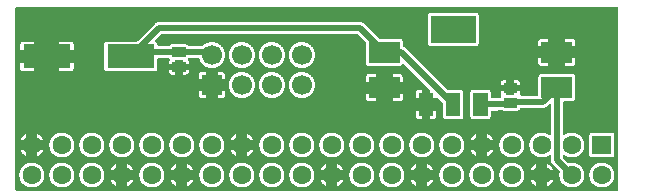
<source format=gtl>
G04 Layer: TopLayer*
G04 EasyEDA v6.1.52, Wed, 17 Jul 2019 13:51:58 GMT*
G04 0f272f2afd1b494c8b1dbf383a833715,ab89ba01d8c54d20b0ee7efe4e0f3ffc,10*
G04 Gerber Generator version 0.2*
G04 Scale: 100 percent, Rotated: No, Reflected: No *
G04 Dimensions in inches *
G04 leading zeros omitted , absolute positions ,2 integer and 4 decimal *
%FSLAX24Y24*%
%MOIN*%
G90*
G70D02*

%ADD11C,0.020000*%
%ADD12R,0.157480X0.078740*%
%ADD18C,0.062992*%
%ADD19R,0.066929X0.066929*%
%ADD20C,0.066929*%

%LPD*%
G36*
G01X20153Y6244D02*
G01X146Y6244D01*
G01X134Y6242D01*
G01X129Y6240D01*
G01X119Y6234D01*
G01X115Y6230D01*
G01X109Y6220D01*
G01X107Y6215D01*
G01X105Y6203D01*
G01X105Y146D01*
G01X107Y134D01*
G01X109Y129D01*
G01X115Y119D01*
G01X119Y115D01*
G01X129Y109D01*
G01X134Y107D01*
G01X146Y105D01*
G01X20153Y105D01*
G01X20165Y107D01*
G01X20170Y109D01*
G01X20180Y115D01*
G01X20184Y119D01*
G01X20190Y129D01*
G01X20192Y134D01*
G01X20193Y140D01*
G01X20193Y6209D01*
G01X20192Y6215D01*
G01X20190Y6220D01*
G01X20184Y6230D01*
G01X20180Y6234D01*
G01X20170Y6240D01*
G01X20165Y6242D01*
G01X20153Y6244D01*
G37*

%LPC*%
G36*
G01X11591Y5751D02*
G01X4900Y5751D01*
G01X4886Y5750D01*
G01X4873Y5749D01*
G01X4860Y5747D01*
G01X4847Y5744D01*
G01X4835Y5740D01*
G01X4811Y5730D01*
G01X4799Y5724D01*
G01X4788Y5717D01*
G01X4777Y5709D01*
G01X4767Y5701D01*
G01X4757Y5692D01*
G01X4172Y5106D01*
G01X4167Y5102D01*
G01X4162Y5099D01*
G01X4156Y5096D01*
G01X4150Y5095D01*
G01X4143Y5094D01*
G01X3150Y5094D01*
G01X3132Y5090D01*
G01X3123Y5087D01*
G01X3115Y5084D01*
G01X3099Y5074D01*
G01X3092Y5068D01*
G01X3085Y5061D01*
G01X3079Y5054D01*
G01X3069Y5038D01*
G01X3066Y5030D01*
G01X3060Y5012D01*
G01X3059Y5003D01*
G01X3059Y4196D01*
G01X3060Y4187D01*
G01X3066Y4169D01*
G01X3069Y4161D01*
G01X3079Y4145D01*
G01X3085Y4138D01*
G01X3092Y4131D01*
G01X3099Y4125D01*
G01X3115Y4115D01*
G01X3123Y4112D01*
G01X3132Y4109D01*
G01X3150Y4105D01*
G01X4744Y4105D01*
G01X4762Y4109D01*
G01X4780Y4115D01*
G01X4788Y4120D01*
G01X4795Y4125D01*
G01X4803Y4131D01*
G01X4815Y4145D01*
G01X4825Y4161D01*
G01X4829Y4169D01*
G01X4832Y4178D01*
G01X4834Y4187D01*
G01X4835Y4196D01*
G01X4836Y4206D01*
G01X4836Y4510D01*
G01X4837Y4516D01*
G01X4839Y4521D01*
G01X4845Y4531D01*
G01X4849Y4535D01*
G01X4859Y4541D01*
G01X4864Y4543D01*
G01X4876Y4545D01*
G01X5209Y4545D01*
G01X5216Y4544D01*
G01X5222Y4543D01*
G01X5228Y4540D01*
G01X5233Y4537D01*
G01X5238Y4533D01*
G01X5242Y4528D01*
G01X5245Y4525D01*
G01X5251Y4513D01*
G01X5253Y4506D01*
G01X5253Y4493D01*
G01X5251Y4486D01*
G01X5245Y4474D01*
G01X5239Y4466D01*
G01X5234Y4458D01*
G01X5226Y4440D01*
G01X5224Y4430D01*
G01X5223Y4421D01*
G01X5222Y4411D01*
G01X5222Y4357D01*
G01X5411Y4357D01*
G01X5411Y4447D01*
G01X5412Y4453D01*
G01X5413Y4458D01*
G01X5415Y4464D01*
G01X5418Y4469D01*
G01X5421Y4473D01*
G01X5425Y4477D01*
G01X5430Y4481D01*
G01X5440Y4485D01*
G01X5446Y4487D01*
G01X5653Y4487D01*
G01X5659Y4485D01*
G01X5669Y4481D01*
G01X5674Y4477D01*
G01X5678Y4473D01*
G01X5681Y4469D01*
G01X5684Y4464D01*
G01X5686Y4458D01*
G01X5687Y4453D01*
G01X5688Y4447D01*
G01X5688Y4357D01*
G01X5877Y4357D01*
G01X5877Y4411D01*
G01X5876Y4421D01*
G01X5875Y4430D01*
G01X5873Y4440D01*
G01X5865Y4458D01*
G01X5860Y4466D01*
G01X5854Y4474D01*
G01X5848Y4486D01*
G01X5846Y4493D01*
G01X5846Y4506D01*
G01X5848Y4513D01*
G01X5854Y4525D01*
G01X5857Y4528D01*
G01X5861Y4533D01*
G01X5866Y4537D01*
G01X5871Y4540D01*
G01X5877Y4543D01*
G01X5883Y4544D01*
G01X5890Y4545D01*
G01X6196Y4545D01*
G01X6203Y4544D01*
G01X6209Y4543D01*
G01X6215Y4540D01*
G01X6220Y4537D01*
G01X6225Y4533D01*
G01X6229Y4528D01*
G01X6232Y4523D01*
G01X6235Y4517D01*
G01X6241Y4499D01*
G01X6248Y4481D01*
G01X6255Y4464D01*
G01X6273Y4430D01*
G01X6283Y4414D01*
G01X6293Y4399D01*
G01X6305Y4383D01*
G01X6317Y4369D01*
G01X6329Y4354D01*
G01X6342Y4341D01*
G01X6370Y4315D01*
G01X6385Y4303D01*
G01X6400Y4292D01*
G01X6432Y4272D01*
G01X6466Y4254D01*
G01X6483Y4247D01*
G01X6501Y4240D01*
G01X6519Y4234D01*
G01X6537Y4229D01*
G01X6556Y4224D01*
G01X6574Y4220D01*
G01X6631Y4214D01*
G01X6669Y4214D01*
G01X6687Y4216D01*
G01X6725Y4220D01*
G01X6744Y4224D01*
G01X6762Y4229D01*
G01X6781Y4234D01*
G01X6798Y4240D01*
G01X6816Y4247D01*
G01X6834Y4255D01*
G01X6851Y4263D01*
G01X6867Y4272D01*
G01X6884Y4282D01*
G01X6899Y4293D01*
G01X6915Y4304D01*
G01X6930Y4316D01*
G01X6944Y4328D01*
G01X6958Y4341D01*
G01X6971Y4355D01*
G01X6983Y4369D01*
G01X6995Y4384D01*
G01X7006Y4400D01*
G01X7017Y4415D01*
G01X7027Y4432D01*
G01X7036Y4448D01*
G01X7044Y4465D01*
G01X7052Y4483D01*
G01X7059Y4501D01*
G01X7065Y4518D01*
G01X7070Y4537D01*
G01X7075Y4555D01*
G01X7079Y4574D01*
G01X7083Y4612D01*
G01X7085Y4630D01*
G01X7085Y4669D01*
G01X7083Y4687D01*
G01X7079Y4725D01*
G01X7075Y4744D01*
G01X7070Y4762D01*
G01X7065Y4781D01*
G01X7059Y4798D01*
G01X7052Y4816D01*
G01X7044Y4834D01*
G01X7036Y4851D01*
G01X7027Y4867D01*
G01X7017Y4884D01*
G01X7006Y4899D01*
G01X6995Y4915D01*
G01X6983Y4930D01*
G01X6971Y4944D01*
G01X6958Y4958D01*
G01X6944Y4971D01*
G01X6930Y4983D01*
G01X6915Y4995D01*
G01X6899Y5006D01*
G01X6884Y5017D01*
G01X6867Y5027D01*
G01X6851Y5036D01*
G01X6834Y5044D01*
G01X6816Y5052D01*
G01X6798Y5059D01*
G01X6781Y5065D01*
G01X6762Y5070D01*
G01X6744Y5075D01*
G01X6725Y5079D01*
G01X6687Y5083D01*
G01X6669Y5085D01*
G01X6631Y5085D01*
G01X6574Y5079D01*
G01X6555Y5075D01*
G01X6519Y5065D01*
G01X6501Y5059D01*
G01X6483Y5052D01*
G01X6466Y5045D01*
G01X6432Y5027D01*
G01X6400Y5007D01*
G01X6385Y4996D01*
G01X6370Y4984D01*
G01X6342Y4958D01*
G01X6337Y4954D01*
G01X6332Y4951D01*
G01X6320Y4947D01*
G01X5883Y4947D01*
G01X5871Y4951D01*
G01X5866Y4954D01*
G01X5861Y4958D01*
G01X5857Y4963D01*
G01X5845Y4977D01*
G01X5837Y4983D01*
G01X5830Y4989D01*
G01X5821Y4993D01*
G01X5813Y4997D01*
G01X5804Y5000D01*
G01X5795Y5002D01*
G01X5785Y5004D01*
G01X5314Y5004D01*
G01X5304Y5002D01*
G01X5295Y5000D01*
G01X5286Y4997D01*
G01X5278Y4993D01*
G01X5269Y4989D01*
G01X5262Y4983D01*
G01X5254Y4977D01*
G01X5242Y4963D01*
G01X5238Y4958D01*
G01X5233Y4954D01*
G01X5228Y4951D01*
G01X5216Y4947D01*
G01X4870Y4947D01*
G01X4864Y4948D01*
G01X4859Y4950D01*
G01X4849Y4956D01*
G01X4845Y4960D01*
G01X4839Y4970D01*
G01X4837Y4975D01*
G01X4836Y4981D01*
G01X4836Y4993D01*
G01X4835Y5003D01*
G01X4834Y5012D01*
G01X4831Y5022D01*
G01X4828Y5031D01*
G01X4824Y5039D01*
G01X4820Y5048D01*
G01X4814Y5055D01*
G01X4808Y5063D01*
G01X4794Y5075D01*
G01X4786Y5080D01*
G01X4776Y5088D01*
G01X4773Y5092D01*
G01X4770Y5098D01*
G01X4767Y5103D01*
G01X4766Y5109D01*
G01X4766Y5121D01*
G01X4770Y5133D01*
G01X4773Y5138D01*
G01X4777Y5143D01*
G01X4971Y5337D01*
G01X4976Y5341D01*
G01X4981Y5344D01*
G01X4987Y5347D01*
G01X4993Y5348D01*
G01X11497Y5348D01*
G01X11503Y5347D01*
G01X11509Y5344D01*
G01X11514Y5341D01*
G01X11519Y5337D01*
G01X11775Y5081D01*
G01X11779Y5076D01*
G01X11782Y5071D01*
G01X11785Y5065D01*
G01X11786Y5059D01*
G01X11787Y5052D01*
G01X11787Y4377D01*
G01X11788Y4368D01*
G01X11797Y4341D01*
G01X11807Y4325D01*
G01X11813Y4318D01*
G01X11827Y4306D01*
G01X11835Y4300D01*
G01X11851Y4292D01*
G01X11860Y4289D01*
G01X11869Y4287D01*
G01X11878Y4286D01*
G01X11888Y4285D01*
G01X12911Y4285D01*
G01X12920Y4286D01*
G01X12930Y4287D01*
G01X12939Y4289D01*
G01X12947Y4292D01*
G01X12956Y4296D01*
G01X12964Y4300D01*
G01X12971Y4305D01*
G01X12979Y4311D01*
G01X12985Y4317D01*
G01X12991Y4324D01*
G01X13001Y4340D01*
G01X13004Y4345D01*
G01X13008Y4350D01*
G01X13013Y4354D01*
G01X13019Y4357D01*
G01X13024Y4360D01*
G01X13030Y4361D01*
G01X13037Y4362D01*
G01X13049Y4360D01*
G01X13055Y4357D01*
G01X13060Y4354D01*
G01X13065Y4350D01*
G01X13852Y3562D01*
G01X13929Y3485D01*
G01X13933Y3479D01*
G01X13937Y3467D01*
G01X13937Y3221D01*
G01X14151Y3221D01*
G01X14157Y3224D01*
G01X14164Y3226D01*
G01X14171Y3227D01*
G01X14177Y3226D01*
G01X14184Y3225D01*
G01X14189Y3223D01*
G01X14195Y3219D01*
G01X14200Y3215D01*
G01X14351Y3064D01*
G01X14355Y3059D01*
G01X14358Y3054D01*
G01X14362Y3042D01*
G01X14362Y2606D01*
G01X14363Y2596D01*
G01X14364Y2587D01*
G01X14366Y2578D01*
G01X14369Y2569D01*
G01X14377Y2553D01*
G01X14383Y2545D01*
G01X14395Y2531D01*
G01X14402Y2525D01*
G01X14418Y2515D01*
G01X14436Y2509D01*
G01X14454Y2505D01*
G01X14945Y2505D01*
G01X14963Y2509D01*
G01X14981Y2515D01*
G01X14997Y2525D01*
G01X15004Y2531D01*
G01X15016Y2545D01*
G01X15022Y2553D01*
G01X15030Y2569D01*
G01X15033Y2578D01*
G01X15035Y2587D01*
G01X15036Y2596D01*
G01X15037Y2606D01*
G01X15037Y3393D01*
G01X15036Y3403D01*
G01X15035Y3412D01*
G01X15033Y3421D01*
G01X15030Y3430D01*
G01X15022Y3446D01*
G01X15016Y3454D01*
G01X15004Y3468D01*
G01X14997Y3474D01*
G01X14981Y3484D01*
G01X14963Y3490D01*
G01X14945Y3494D01*
G01X14506Y3494D01*
G01X14499Y3495D01*
G01X14493Y3496D01*
G01X14487Y3499D01*
G01X14482Y3502D01*
G01X14477Y3506D01*
G01X13101Y4883D01*
G01X13091Y4891D01*
G01X13081Y4900D01*
G01X13071Y4907D01*
G01X13060Y4914D01*
G01X13048Y4920D01*
G01X13037Y4926D01*
G01X13032Y4928D01*
G01X13027Y4932D01*
G01X13019Y4940D01*
G01X13016Y4945D01*
G01X13014Y4951D01*
G01X13013Y4957D01*
G01X13012Y4962D01*
G01X13012Y5104D01*
G01X13011Y5113D01*
G01X13002Y5140D01*
G01X12992Y5156D01*
G01X12986Y5163D01*
G01X12972Y5175D01*
G01X12964Y5181D01*
G01X12948Y5189D01*
G01X12939Y5192D01*
G01X12930Y5194D01*
G01X12921Y5195D01*
G01X12911Y5196D01*
G01X12239Y5196D01*
G01X12227Y5200D01*
G01X12222Y5203D01*
G01X11733Y5692D01*
G01X11723Y5701D01*
G01X11713Y5709D01*
G01X11702Y5717D01*
G01X11691Y5724D01*
G01X11679Y5730D01*
G01X11655Y5740D01*
G01X11643Y5744D01*
G01X11630Y5747D01*
G01X11617Y5749D01*
G01X11591Y5751D01*
G37*
G36*
G01X18661Y4014D02*
G01X17638Y4014D01*
G01X17628Y4013D01*
G01X17619Y4012D01*
G01X17610Y4010D01*
G01X17601Y4007D01*
G01X17585Y3999D01*
G01X17577Y3993D01*
G01X17563Y3981D01*
G01X17557Y3974D01*
G01X17547Y3958D01*
G01X17538Y3931D01*
G01X17537Y3922D01*
G01X17537Y3337D01*
G01X17535Y3325D01*
G01X17533Y3320D01*
G01X17527Y3310D01*
G01X17523Y3306D01*
G01X17513Y3300D01*
G01X17508Y3298D01*
G01X17502Y3297D01*
G01X16951Y3297D01*
G01X16946Y3298D01*
G01X16941Y3300D01*
G01X16931Y3306D01*
G01X16927Y3310D01*
G01X16923Y3315D01*
G01X16919Y3325D01*
G01X16917Y3337D01*
G01X16918Y3344D01*
G01X16920Y3351D01*
G01X16923Y3360D01*
G01X16925Y3369D01*
G01X16926Y3379D01*
G01X16927Y3388D01*
G01X16927Y3442D01*
G01X16738Y3442D01*
G01X16738Y3352D01*
G01X16737Y3346D01*
G01X16736Y3341D01*
G01X16734Y3335D01*
G01X16731Y3330D01*
G01X16728Y3326D01*
G01X16724Y3322D01*
G01X16719Y3318D01*
G01X16709Y3314D01*
G01X16703Y3312D01*
G01X16496Y3312D01*
G01X16490Y3314D01*
G01X16480Y3318D01*
G01X16475Y3322D01*
G01X16471Y3326D01*
G01X16468Y3330D01*
G01X16465Y3335D01*
G01X16463Y3341D01*
G01X16462Y3346D01*
G01X16461Y3352D01*
G01X16461Y3442D01*
G01X16272Y3442D01*
G01X16272Y3388D01*
G01X16273Y3378D01*
G01X16274Y3369D01*
G01X16276Y3359D01*
G01X16284Y3341D01*
G01X16289Y3333D01*
G01X16295Y3325D01*
G01X16301Y3313D01*
G01X16303Y3306D01*
G01X16303Y3293D01*
G01X16301Y3286D01*
G01X16295Y3274D01*
G01X16289Y3267D01*
G01X16284Y3259D01*
G01X16280Y3250D01*
G01X16274Y3232D01*
G01X16273Y3226D01*
G01X16267Y3216D01*
G01X16263Y3211D01*
G01X16253Y3205D01*
G01X16247Y3202D01*
G01X16241Y3201D01*
G01X15977Y3201D01*
G01X15971Y3202D01*
G01X15966Y3204D01*
G01X15956Y3210D01*
G01X15952Y3214D01*
G01X15946Y3224D01*
G01X15944Y3229D01*
G01X15943Y3235D01*
G01X15942Y3240D01*
G01X15942Y3403D01*
G01X15941Y3412D01*
G01X15935Y3430D01*
G01X15932Y3438D01*
G01X15922Y3454D01*
G01X15916Y3461D01*
G01X15909Y3468D01*
G01X15902Y3474D01*
G01X15886Y3484D01*
G01X15878Y3487D01*
G01X15869Y3490D01*
G01X15851Y3494D01*
G01X15359Y3494D01*
G01X15341Y3490D01*
G01X15332Y3487D01*
G01X15324Y3484D01*
G01X15308Y3474D01*
G01X15301Y3468D01*
G01X15294Y3461D01*
G01X15288Y3454D01*
G01X15278Y3438D01*
G01X15275Y3430D01*
G01X15269Y3412D01*
G01X15268Y3403D01*
G01X15268Y2596D01*
G01X15269Y2587D01*
G01X15275Y2569D01*
G01X15278Y2561D01*
G01X15288Y2545D01*
G01X15294Y2538D01*
G01X15301Y2531D01*
G01X15308Y2525D01*
G01X15324Y2515D01*
G01X15332Y2512D01*
G01X15341Y2509D01*
G01X15359Y2505D01*
G01X15851Y2505D01*
G01X15869Y2509D01*
G01X15878Y2512D01*
G01X15886Y2515D01*
G01X15902Y2525D01*
G01X15909Y2531D01*
G01X15916Y2538D01*
G01X15922Y2545D01*
G01X15932Y2561D01*
G01X15935Y2569D01*
G01X15941Y2587D01*
G01X15942Y2596D01*
G01X15942Y2758D01*
G01X15944Y2770D01*
G01X15946Y2775D01*
G01X15952Y2785D01*
G01X15956Y2789D01*
G01X15966Y2795D01*
G01X15971Y2797D01*
G01X15977Y2798D01*
G01X15982Y2798D01*
G01X16342Y2799D01*
G01X16351Y2797D01*
G01X16373Y2795D01*
G01X16835Y2795D01*
G01X16853Y2799D01*
G01X16862Y2802D01*
G01X16870Y2805D01*
G01X16886Y2815D01*
G01X16900Y2827D01*
G01X16906Y2834D01*
G01X16911Y2841D01*
G01X16915Y2849D01*
G01X16919Y2858D01*
G01X16922Y2866D01*
G01X16924Y2872D01*
G01X16927Y2877D01*
G01X16935Y2885D01*
G01X16939Y2888D01*
G01X16944Y2891D01*
G01X16950Y2893D01*
G01X16955Y2894D01*
G01X16961Y2895D01*
G01X17700Y2895D01*
G01X17713Y2896D01*
G01X17726Y2898D01*
G01X17739Y2901D01*
G01X17751Y2905D01*
G01X17764Y2910D01*
G01X17775Y2915D01*
G01X17787Y2922D01*
G01X17798Y2928D01*
G01X17809Y2936D01*
G01X17819Y2944D01*
G01X17829Y2953D01*
G01X17880Y3005D01*
G01X17885Y3009D01*
G01X17890Y3012D01*
G01X17896Y3015D01*
G01X17902Y3016D01*
G01X17909Y3017D01*
G01X17914Y3016D01*
G01X17920Y3015D01*
G01X17925Y3013D01*
G01X17935Y3007D01*
G01X17939Y3003D01*
G01X17945Y2993D01*
G01X17947Y2988D01*
G01X17948Y2982D01*
G01X17948Y2019D01*
G01X17947Y2013D01*
G01X17945Y2008D01*
G01X17942Y2003D01*
G01X17939Y1999D01*
G01X17935Y1995D01*
G01X17930Y1991D01*
G01X17925Y1988D01*
G01X17920Y1986D01*
G01X17914Y1985D01*
G01X17902Y1985D01*
G01X17897Y1987D01*
G01X17891Y1989D01*
G01X17886Y1992D01*
G01X17870Y2002D01*
G01X17853Y2012D01*
G01X17836Y2021D01*
G01X17818Y2030D01*
G01X17801Y2037D01*
G01X17782Y2044D01*
G01X17764Y2049D01*
G01X17745Y2054D01*
G01X17726Y2058D01*
G01X17688Y2064D01*
G01X17669Y2065D01*
G01X17631Y2065D01*
G01X17612Y2064D01*
G01X17594Y2062D01*
G01X17575Y2059D01*
G01X17557Y2055D01*
G01X17521Y2045D01*
G01X17503Y2039D01*
G01X17486Y2032D01*
G01X17452Y2016D01*
G01X17436Y2007D01*
G01X17420Y1997D01*
G01X17390Y1975D01*
G01X17376Y1963D01*
G01X17362Y1950D01*
G01X17349Y1937D01*
G01X17336Y1923D01*
G01X17324Y1909D01*
G01X17302Y1879D01*
G01X17292Y1863D01*
G01X17283Y1847D01*
G01X17267Y1813D01*
G01X17260Y1796D01*
G01X17254Y1778D01*
G01X17244Y1742D01*
G01X17240Y1724D01*
G01X17237Y1705D01*
G01X17235Y1687D01*
G01X17234Y1668D01*
G01X17234Y1631D01*
G01X17235Y1612D01*
G01X17237Y1594D01*
G01X17240Y1575D01*
G01X17244Y1557D01*
G01X17254Y1521D01*
G01X17260Y1503D01*
G01X17267Y1486D01*
G01X17283Y1452D01*
G01X17292Y1436D01*
G01X17302Y1420D01*
G01X17324Y1390D01*
G01X17336Y1376D01*
G01X17349Y1362D01*
G01X17362Y1349D01*
G01X17376Y1336D01*
G01X17390Y1324D01*
G01X17420Y1302D01*
G01X17436Y1292D01*
G01X17452Y1283D01*
G01X17486Y1267D01*
G01X17503Y1260D01*
G01X17521Y1254D01*
G01X17557Y1244D01*
G01X17575Y1240D01*
G01X17594Y1237D01*
G01X17612Y1235D01*
G01X17631Y1234D01*
G01X17669Y1234D01*
G01X17688Y1235D01*
G01X17726Y1241D01*
G01X17745Y1245D01*
G01X17764Y1250D01*
G01X17782Y1255D01*
G01X17801Y1262D01*
G01X17818Y1269D01*
G01X17836Y1278D01*
G01X17853Y1287D01*
G01X17870Y1297D01*
G01X17886Y1307D01*
G01X17891Y1310D01*
G01X17897Y1312D01*
G01X17902Y1314D01*
G01X17914Y1314D01*
G01X17920Y1313D01*
G01X17925Y1311D01*
G01X17930Y1308D01*
G01X17935Y1304D01*
G01X17939Y1300D01*
G01X17942Y1296D01*
G01X17945Y1291D01*
G01X17947Y1286D01*
G01X17948Y1280D01*
G01X17948Y1150D01*
G01X17949Y1136D01*
G01X17950Y1123D01*
G01X17952Y1110D01*
G01X17955Y1097D01*
G01X17959Y1085D01*
G01X17969Y1061D01*
G01X17975Y1049D01*
G01X17982Y1038D01*
G01X17990Y1027D01*
G01X17998Y1017D01*
G01X18007Y1007D01*
G01X18234Y781D01*
G01X18238Y776D01*
G01X18241Y771D01*
G01X18245Y759D01*
G01X18245Y753D01*
G01X18244Y744D01*
G01X18240Y725D01*
G01X18237Y706D01*
G01X18235Y687D01*
G01X18234Y669D01*
G01X18234Y631D01*
G01X18235Y612D01*
G01X18237Y594D01*
G01X18240Y575D01*
G01X18244Y557D01*
G01X18254Y521D01*
G01X18260Y503D01*
G01X18267Y486D01*
G01X18283Y452D01*
G01X18292Y436D01*
G01X18302Y420D01*
G01X18324Y390D01*
G01X18336Y376D01*
G01X18349Y362D01*
G01X18362Y349D01*
G01X18376Y336D01*
G01X18390Y324D01*
G01X18420Y302D01*
G01X18436Y292D01*
G01X18452Y283D01*
G01X18486Y267D01*
G01X18503Y260D01*
G01X18521Y254D01*
G01X18557Y244D01*
G01X18575Y240D01*
G01X18594Y237D01*
G01X18612Y235D01*
G01X18631Y234D01*
G01X18668Y234D01*
G01X18687Y235D01*
G01X18705Y237D01*
G01X18724Y240D01*
G01X18742Y244D01*
G01X18778Y254D01*
G01X18796Y260D01*
G01X18813Y267D01*
G01X18847Y283D01*
G01X18863Y292D01*
G01X18879Y302D01*
G01X18909Y324D01*
G01X18923Y336D01*
G01X18937Y349D01*
G01X18950Y362D01*
G01X18963Y376D01*
G01X18975Y390D01*
G01X18997Y420D01*
G01X19007Y436D01*
G01X19016Y452D01*
G01X19032Y486D01*
G01X19039Y503D01*
G01X19045Y521D01*
G01X19055Y557D01*
G01X19059Y575D01*
G01X19062Y594D01*
G01X19064Y612D01*
G01X19065Y631D01*
G01X19065Y668D01*
G01X19064Y687D01*
G01X19062Y705D01*
G01X19059Y724D01*
G01X19055Y742D01*
G01X19045Y778D01*
G01X19039Y796D01*
G01X19032Y813D01*
G01X19016Y847D01*
G01X19007Y863D01*
G01X18997Y879D01*
G01X18975Y909D01*
G01X18963Y923D01*
G01X18950Y937D01*
G01X18937Y950D01*
G01X18923Y963D01*
G01X18909Y975D01*
G01X18879Y997D01*
G01X18863Y1007D01*
G01X18847Y1016D01*
G01X18813Y1032D01*
G01X18796Y1039D01*
G01X18778Y1045D01*
G01X18742Y1055D01*
G01X18724Y1059D01*
G01X18705Y1062D01*
G01X18687Y1064D01*
G01X18668Y1065D01*
G01X18630Y1065D01*
G01X18612Y1064D01*
G01X18593Y1062D01*
G01X18574Y1059D01*
G01X18555Y1055D01*
G01X18546Y1054D01*
G01X18540Y1054D01*
G01X18528Y1058D01*
G01X18523Y1061D01*
G01X18518Y1065D01*
G01X18362Y1221D01*
G01X18358Y1226D01*
G01X18355Y1231D01*
G01X18352Y1237D01*
G01X18351Y1243D01*
G01X18351Y1280D01*
G01X18352Y1286D01*
G01X18354Y1291D01*
G01X18357Y1296D01*
G01X18360Y1300D01*
G01X18364Y1304D01*
G01X18369Y1308D01*
G01X18374Y1311D01*
G01X18379Y1313D01*
G01X18385Y1314D01*
G01X18397Y1314D01*
G01X18402Y1312D01*
G01X18408Y1310D01*
G01X18413Y1307D01*
G01X18429Y1297D01*
G01X18446Y1287D01*
G01X18463Y1278D01*
G01X18481Y1269D01*
G01X18498Y1262D01*
G01X18517Y1255D01*
G01X18535Y1250D01*
G01X18554Y1245D01*
G01X18573Y1241D01*
G01X18611Y1235D01*
G01X18630Y1234D01*
G01X18668Y1234D01*
G01X18687Y1235D01*
G01X18705Y1237D01*
G01X18724Y1240D01*
G01X18742Y1244D01*
G01X18778Y1254D01*
G01X18796Y1260D01*
G01X18813Y1267D01*
G01X18847Y1283D01*
G01X18863Y1292D01*
G01X18879Y1302D01*
G01X18909Y1324D01*
G01X18923Y1336D01*
G01X18937Y1349D01*
G01X18950Y1362D01*
G01X18963Y1376D01*
G01X18975Y1390D01*
G01X18997Y1420D01*
G01X19007Y1436D01*
G01X19016Y1452D01*
G01X19032Y1486D01*
G01X19039Y1503D01*
G01X19045Y1521D01*
G01X19055Y1557D01*
G01X19059Y1575D01*
G01X19062Y1594D01*
G01X19064Y1612D01*
G01X19065Y1631D01*
G01X19065Y1668D01*
G01X19064Y1687D01*
G01X19062Y1705D01*
G01X19059Y1724D01*
G01X19055Y1742D01*
G01X19045Y1778D01*
G01X19039Y1796D01*
G01X19032Y1813D01*
G01X19016Y1847D01*
G01X19007Y1863D01*
G01X18997Y1879D01*
G01X18975Y1909D01*
G01X18963Y1923D01*
G01X18950Y1937D01*
G01X18937Y1950D01*
G01X18923Y1963D01*
G01X18909Y1975D01*
G01X18879Y1997D01*
G01X18863Y2007D01*
G01X18847Y2016D01*
G01X18813Y2032D01*
G01X18796Y2039D01*
G01X18778Y2045D01*
G01X18742Y2055D01*
G01X18724Y2059D01*
G01X18705Y2062D01*
G01X18687Y2064D01*
G01X18668Y2065D01*
G01X18630Y2065D01*
G01X18611Y2064D01*
G01X18573Y2058D01*
G01X18554Y2054D01*
G01X18535Y2049D01*
G01X18517Y2044D01*
G01X18498Y2037D01*
G01X18481Y2030D01*
G01X18463Y2021D01*
G01X18446Y2012D01*
G01X18429Y2002D01*
G01X18413Y1992D01*
G01X18408Y1989D01*
G01X18402Y1987D01*
G01X18397Y1985D01*
G01X18385Y1985D01*
G01X18379Y1986D01*
G01X18374Y1988D01*
G01X18369Y1991D01*
G01X18364Y1995D01*
G01X18360Y1999D01*
G01X18357Y2003D01*
G01X18354Y2008D01*
G01X18352Y2013D01*
G01X18351Y2019D01*
G01X18351Y3069D01*
G01X18352Y3074D01*
G01X18354Y3080D01*
G01X18357Y3085D01*
G01X18360Y3089D01*
G01X18364Y3093D01*
G01X18369Y3097D01*
G01X18374Y3100D01*
G01X18379Y3102D01*
G01X18385Y3103D01*
G01X18661Y3103D01*
G01X18671Y3104D01*
G01X18680Y3105D01*
G01X18689Y3107D01*
G01X18698Y3110D01*
G01X18714Y3118D01*
G01X18722Y3124D01*
G01X18736Y3136D01*
G01X18742Y3143D01*
G01X18752Y3159D01*
G01X18761Y3186D01*
G01X18762Y3195D01*
G01X18762Y3922D01*
G01X18761Y3931D01*
G01X18752Y3958D01*
G01X18742Y3974D01*
G01X18736Y3981D01*
G01X18722Y3993D01*
G01X18714Y3999D01*
G01X18698Y4007D01*
G01X18689Y4010D01*
G01X18680Y4012D01*
G01X18671Y4013D01*
G01X18661Y4014D01*
G37*
G36*
G01X15457Y6053D02*
G01X13942Y6053D01*
G01X13933Y6052D01*
G01X13906Y6043D01*
G01X13898Y6038D01*
G01X13891Y6033D01*
G01X13883Y6027D01*
G01X13871Y6013D01*
G01X13861Y5997D01*
G01X13857Y5989D01*
G01X13854Y5980D01*
G01X13852Y5971D01*
G01X13851Y5962D01*
G01X13850Y5952D01*
G01X13850Y5047D01*
G01X13851Y5037D01*
G01X13852Y5028D01*
G01X13854Y5019D01*
G01X13857Y5010D01*
G01X13861Y5002D01*
G01X13871Y4986D01*
G01X13883Y4972D01*
G01X13891Y4966D01*
G01X13898Y4961D01*
G01X13906Y4956D01*
G01X13933Y4947D01*
G01X13942Y4946D01*
G01X15457Y4946D01*
G01X15466Y4947D01*
G01X15493Y4956D01*
G01X15501Y4961D01*
G01X15508Y4966D01*
G01X15516Y4972D01*
G01X15528Y4986D01*
G01X15538Y5002D01*
G01X15542Y5010D01*
G01X15545Y5019D01*
G01X15547Y5028D01*
G01X15548Y5037D01*
G01X15549Y5047D01*
G01X15549Y5952D01*
G01X15548Y5962D01*
G01X15547Y5971D01*
G01X15545Y5980D01*
G01X15542Y5989D01*
G01X15538Y5997D01*
G01X15528Y6013D01*
G01X15516Y6027D01*
G01X15508Y6033D01*
G01X15501Y6038D01*
G01X15493Y6043D01*
G01X15466Y6052D01*
G01X15457Y6053D01*
G37*
G36*
G01X8669Y4085D02*
G01X8630Y4085D01*
G01X8612Y4083D01*
G01X8574Y4079D01*
G01X8555Y4075D01*
G01X8537Y4070D01*
G01X8518Y4065D01*
G01X8501Y4059D01*
G01X8483Y4052D01*
G01X8465Y4044D01*
G01X8448Y4036D01*
G01X8432Y4027D01*
G01X8415Y4017D01*
G01X8400Y4006D01*
G01X8384Y3995D01*
G01X8369Y3983D01*
G01X8355Y3971D01*
G01X8341Y3958D01*
G01X8328Y3944D01*
G01X8316Y3930D01*
G01X8304Y3915D01*
G01X8293Y3899D01*
G01X8282Y3884D01*
G01X8272Y3867D01*
G01X8263Y3851D01*
G01X8255Y3834D01*
G01X8247Y3816D01*
G01X8240Y3798D01*
G01X8234Y3781D01*
G01X8229Y3762D01*
G01X8224Y3744D01*
G01X8220Y3725D01*
G01X8216Y3687D01*
G01X8214Y3669D01*
G01X8214Y3630D01*
G01X8216Y3612D01*
G01X8220Y3574D01*
G01X8224Y3555D01*
G01X8229Y3537D01*
G01X8234Y3518D01*
G01X8240Y3501D01*
G01X8247Y3483D01*
G01X8255Y3465D01*
G01X8263Y3448D01*
G01X8272Y3432D01*
G01X8282Y3415D01*
G01X8293Y3400D01*
G01X8304Y3384D01*
G01X8316Y3369D01*
G01X8328Y3355D01*
G01X8341Y3341D01*
G01X8355Y3328D01*
G01X8369Y3316D01*
G01X8384Y3304D01*
G01X8400Y3293D01*
G01X8415Y3282D01*
G01X8432Y3272D01*
G01X8448Y3263D01*
G01X8465Y3255D01*
G01X8483Y3247D01*
G01X8501Y3240D01*
G01X8518Y3234D01*
G01X8537Y3229D01*
G01X8555Y3224D01*
G01X8574Y3220D01*
G01X8612Y3216D01*
G01X8630Y3214D01*
G01X8669Y3214D01*
G01X8687Y3216D01*
G01X8725Y3220D01*
G01X8744Y3224D01*
G01X8762Y3229D01*
G01X8781Y3234D01*
G01X8798Y3240D01*
G01X8816Y3247D01*
G01X8834Y3255D01*
G01X8851Y3263D01*
G01X8867Y3272D01*
G01X8884Y3282D01*
G01X8899Y3293D01*
G01X8915Y3304D01*
G01X8930Y3316D01*
G01X8944Y3328D01*
G01X8958Y3341D01*
G01X8971Y3355D01*
G01X8983Y3369D01*
G01X8995Y3384D01*
G01X9006Y3400D01*
G01X9017Y3415D01*
G01X9027Y3432D01*
G01X9036Y3448D01*
G01X9044Y3465D01*
G01X9052Y3483D01*
G01X9059Y3501D01*
G01X9065Y3518D01*
G01X9070Y3537D01*
G01X9075Y3555D01*
G01X9079Y3574D01*
G01X9083Y3612D01*
G01X9085Y3630D01*
G01X9085Y3669D01*
G01X9083Y3687D01*
G01X9079Y3725D01*
G01X9075Y3744D01*
G01X9070Y3762D01*
G01X9065Y3781D01*
G01X9059Y3798D01*
G01X9052Y3816D01*
G01X9044Y3834D01*
G01X9036Y3851D01*
G01X9027Y3867D01*
G01X9017Y3884D01*
G01X9006Y3899D01*
G01X8995Y3915D01*
G01X8983Y3930D01*
G01X8971Y3944D01*
G01X8958Y3958D01*
G01X8944Y3971D01*
G01X8930Y3983D01*
G01X8915Y3995D01*
G01X8899Y4006D01*
G01X8884Y4017D01*
G01X8867Y4027D01*
G01X8851Y4036D01*
G01X8834Y4044D01*
G01X8816Y4052D01*
G01X8798Y4059D01*
G01X8781Y4065D01*
G01X8762Y4070D01*
G01X8744Y4075D01*
G01X8725Y4079D01*
G01X8687Y4083D01*
G01X8669Y4085D01*
G37*
G36*
G01X8669Y5085D02*
G01X8630Y5085D01*
G01X8612Y5083D01*
G01X8574Y5079D01*
G01X8555Y5075D01*
G01X8537Y5070D01*
G01X8518Y5065D01*
G01X8501Y5059D01*
G01X8483Y5052D01*
G01X8465Y5044D01*
G01X8448Y5036D01*
G01X8432Y5027D01*
G01X8415Y5017D01*
G01X8400Y5006D01*
G01X8384Y4995D01*
G01X8369Y4983D01*
G01X8355Y4971D01*
G01X8341Y4958D01*
G01X8328Y4944D01*
G01X8316Y4930D01*
G01X8304Y4915D01*
G01X8293Y4899D01*
G01X8282Y4884D01*
G01X8272Y4867D01*
G01X8263Y4851D01*
G01X8255Y4834D01*
G01X8247Y4816D01*
G01X8240Y4798D01*
G01X8234Y4781D01*
G01X8229Y4762D01*
G01X8224Y4744D01*
G01X8220Y4725D01*
G01X8216Y4687D01*
G01X8214Y4669D01*
G01X8214Y4630D01*
G01X8216Y4612D01*
G01X8220Y4574D01*
G01X8224Y4555D01*
G01X8229Y4537D01*
G01X8234Y4518D01*
G01X8240Y4501D01*
G01X8247Y4483D01*
G01X8255Y4465D01*
G01X8263Y4448D01*
G01X8272Y4432D01*
G01X8282Y4415D01*
G01X8293Y4400D01*
G01X8304Y4384D01*
G01X8316Y4369D01*
G01X8328Y4355D01*
G01X8341Y4341D01*
G01X8355Y4328D01*
G01X8369Y4316D01*
G01X8384Y4304D01*
G01X8400Y4293D01*
G01X8415Y4282D01*
G01X8432Y4272D01*
G01X8448Y4263D01*
G01X8465Y4255D01*
G01X8483Y4247D01*
G01X8501Y4240D01*
G01X8518Y4234D01*
G01X8537Y4229D01*
G01X8555Y4224D01*
G01X8574Y4220D01*
G01X8612Y4216D01*
G01X8630Y4214D01*
G01X8669Y4214D01*
G01X8687Y4216D01*
G01X8725Y4220D01*
G01X8744Y4224D01*
G01X8762Y4229D01*
G01X8781Y4234D01*
G01X8798Y4240D01*
G01X8816Y4247D01*
G01X8834Y4255D01*
G01X8851Y4263D01*
G01X8867Y4272D01*
G01X8884Y4282D01*
G01X8899Y4293D01*
G01X8915Y4304D01*
G01X8930Y4316D01*
G01X8944Y4328D01*
G01X8958Y4341D01*
G01X8971Y4355D01*
G01X8983Y4369D01*
G01X8995Y4384D01*
G01X9006Y4400D01*
G01X9017Y4415D01*
G01X9027Y4432D01*
G01X9036Y4448D01*
G01X9044Y4465D01*
G01X9052Y4483D01*
G01X9059Y4501D01*
G01X9065Y4518D01*
G01X9070Y4537D01*
G01X9075Y4555D01*
G01X9079Y4574D01*
G01X9083Y4612D01*
G01X9085Y4630D01*
G01X9085Y4669D01*
G01X9083Y4687D01*
G01X9079Y4725D01*
G01X9075Y4744D01*
G01X9070Y4762D01*
G01X9065Y4781D01*
G01X9059Y4798D01*
G01X9052Y4816D01*
G01X9044Y4834D01*
G01X9036Y4851D01*
G01X9027Y4867D01*
G01X9017Y4884D01*
G01X9006Y4899D01*
G01X8995Y4915D01*
G01X8983Y4930D01*
G01X8971Y4944D01*
G01X8958Y4958D01*
G01X8944Y4971D01*
G01X8930Y4983D01*
G01X8915Y4995D01*
G01X8899Y5006D01*
G01X8884Y5017D01*
G01X8867Y5027D01*
G01X8851Y5036D01*
G01X8834Y5044D01*
G01X8816Y5052D01*
G01X8798Y5059D01*
G01X8781Y5065D01*
G01X8762Y5070D01*
G01X8744Y5075D01*
G01X8725Y5079D01*
G01X8687Y5083D01*
G01X8669Y5085D01*
G37*
G36*
G01X7669Y4085D02*
G01X7630Y4085D01*
G01X7612Y4083D01*
G01X7574Y4079D01*
G01X7555Y4075D01*
G01X7537Y4070D01*
G01X7518Y4065D01*
G01X7501Y4059D01*
G01X7483Y4052D01*
G01X7465Y4044D01*
G01X7448Y4036D01*
G01X7432Y4027D01*
G01X7415Y4017D01*
G01X7400Y4006D01*
G01X7384Y3995D01*
G01X7369Y3983D01*
G01X7355Y3971D01*
G01X7341Y3958D01*
G01X7328Y3944D01*
G01X7316Y3930D01*
G01X7304Y3915D01*
G01X7293Y3899D01*
G01X7282Y3884D01*
G01X7272Y3867D01*
G01X7263Y3851D01*
G01X7255Y3834D01*
G01X7247Y3816D01*
G01X7240Y3798D01*
G01X7234Y3781D01*
G01X7229Y3762D01*
G01X7224Y3744D01*
G01X7220Y3725D01*
G01X7216Y3687D01*
G01X7214Y3669D01*
G01X7214Y3630D01*
G01X7216Y3612D01*
G01X7220Y3574D01*
G01X7224Y3555D01*
G01X7229Y3537D01*
G01X7234Y3518D01*
G01X7240Y3501D01*
G01X7247Y3483D01*
G01X7255Y3465D01*
G01X7263Y3448D01*
G01X7272Y3432D01*
G01X7282Y3415D01*
G01X7293Y3400D01*
G01X7304Y3384D01*
G01X7316Y3369D01*
G01X7328Y3355D01*
G01X7341Y3341D01*
G01X7355Y3328D01*
G01X7369Y3316D01*
G01X7384Y3304D01*
G01X7400Y3293D01*
G01X7415Y3282D01*
G01X7432Y3272D01*
G01X7448Y3263D01*
G01X7465Y3255D01*
G01X7483Y3247D01*
G01X7501Y3240D01*
G01X7518Y3234D01*
G01X7537Y3229D01*
G01X7555Y3224D01*
G01X7574Y3220D01*
G01X7612Y3216D01*
G01X7630Y3214D01*
G01X7669Y3214D01*
G01X7687Y3216D01*
G01X7725Y3220D01*
G01X7744Y3224D01*
G01X7762Y3229D01*
G01X7781Y3234D01*
G01X7798Y3240D01*
G01X7816Y3247D01*
G01X7834Y3255D01*
G01X7851Y3263D01*
G01X7867Y3272D01*
G01X7884Y3282D01*
G01X7899Y3293D01*
G01X7915Y3304D01*
G01X7930Y3316D01*
G01X7944Y3328D01*
G01X7958Y3341D01*
G01X7971Y3355D01*
G01X7983Y3369D01*
G01X7995Y3384D01*
G01X8006Y3400D01*
G01X8017Y3415D01*
G01X8027Y3432D01*
G01X8036Y3448D01*
G01X8044Y3465D01*
G01X8052Y3483D01*
G01X8059Y3501D01*
G01X8065Y3518D01*
G01X8070Y3537D01*
G01X8075Y3555D01*
G01X8079Y3574D01*
G01X8083Y3612D01*
G01X8085Y3630D01*
G01X8085Y3669D01*
G01X8083Y3687D01*
G01X8079Y3725D01*
G01X8075Y3744D01*
G01X8070Y3762D01*
G01X8065Y3781D01*
G01X8059Y3798D01*
G01X8052Y3816D01*
G01X8044Y3834D01*
G01X8036Y3851D01*
G01X8027Y3867D01*
G01X8017Y3884D01*
G01X8006Y3899D01*
G01X7995Y3915D01*
G01X7983Y3930D01*
G01X7971Y3944D01*
G01X7958Y3958D01*
G01X7944Y3971D01*
G01X7930Y3983D01*
G01X7915Y3995D01*
G01X7899Y4006D01*
G01X7884Y4017D01*
G01X7867Y4027D01*
G01X7851Y4036D01*
G01X7834Y4044D01*
G01X7816Y4052D01*
G01X7798Y4059D01*
G01X7781Y4065D01*
G01X7762Y4070D01*
G01X7744Y4075D01*
G01X7725Y4079D01*
G01X7687Y4083D01*
G01X7669Y4085D01*
G37*
G36*
G01X7669Y5085D02*
G01X7630Y5085D01*
G01X7612Y5083D01*
G01X7574Y5079D01*
G01X7555Y5075D01*
G01X7537Y5070D01*
G01X7518Y5065D01*
G01X7501Y5059D01*
G01X7483Y5052D01*
G01X7465Y5044D01*
G01X7448Y5036D01*
G01X7432Y5027D01*
G01X7415Y5017D01*
G01X7400Y5006D01*
G01X7384Y4995D01*
G01X7369Y4983D01*
G01X7355Y4971D01*
G01X7341Y4958D01*
G01X7328Y4944D01*
G01X7316Y4930D01*
G01X7304Y4915D01*
G01X7293Y4899D01*
G01X7282Y4884D01*
G01X7272Y4867D01*
G01X7263Y4851D01*
G01X7255Y4834D01*
G01X7247Y4816D01*
G01X7240Y4798D01*
G01X7234Y4781D01*
G01X7229Y4762D01*
G01X7224Y4744D01*
G01X7220Y4725D01*
G01X7216Y4687D01*
G01X7214Y4669D01*
G01X7214Y4630D01*
G01X7216Y4612D01*
G01X7220Y4574D01*
G01X7224Y4555D01*
G01X7229Y4537D01*
G01X7234Y4518D01*
G01X7240Y4501D01*
G01X7247Y4483D01*
G01X7255Y4465D01*
G01X7263Y4448D01*
G01X7272Y4432D01*
G01X7282Y4415D01*
G01X7293Y4400D01*
G01X7304Y4384D01*
G01X7316Y4369D01*
G01X7328Y4355D01*
G01X7341Y4341D01*
G01X7355Y4328D01*
G01X7369Y4316D01*
G01X7384Y4304D01*
G01X7400Y4293D01*
G01X7415Y4282D01*
G01X7432Y4272D01*
G01X7448Y4263D01*
G01X7465Y4255D01*
G01X7483Y4247D01*
G01X7501Y4240D01*
G01X7518Y4234D01*
G01X7537Y4229D01*
G01X7555Y4224D01*
G01X7574Y4220D01*
G01X7612Y4216D01*
G01X7630Y4214D01*
G01X7669Y4214D01*
G01X7687Y4216D01*
G01X7725Y4220D01*
G01X7744Y4224D01*
G01X7762Y4229D01*
G01X7781Y4234D01*
G01X7798Y4240D01*
G01X7816Y4247D01*
G01X7834Y4255D01*
G01X7851Y4263D01*
G01X7867Y4272D01*
G01X7884Y4282D01*
G01X7899Y4293D01*
G01X7915Y4304D01*
G01X7930Y4316D01*
G01X7944Y4328D01*
G01X7958Y4341D01*
G01X7971Y4355D01*
G01X7983Y4369D01*
G01X7995Y4384D01*
G01X8006Y4400D01*
G01X8017Y4415D01*
G01X8027Y4432D01*
G01X8036Y4448D01*
G01X8044Y4465D01*
G01X8052Y4483D01*
G01X8059Y4501D01*
G01X8065Y4518D01*
G01X8070Y4537D01*
G01X8075Y4555D01*
G01X8079Y4574D01*
G01X8083Y4612D01*
G01X8085Y4630D01*
G01X8085Y4669D01*
G01X8083Y4687D01*
G01X8079Y4725D01*
G01X8075Y4744D01*
G01X8070Y4762D01*
G01X8065Y4781D01*
G01X8059Y4798D01*
G01X8052Y4816D01*
G01X8044Y4834D01*
G01X8036Y4851D01*
G01X8027Y4867D01*
G01X8017Y4884D01*
G01X8006Y4899D01*
G01X7995Y4915D01*
G01X7983Y4930D01*
G01X7971Y4944D01*
G01X7958Y4958D01*
G01X7944Y4971D01*
G01X7930Y4983D01*
G01X7915Y4995D01*
G01X7899Y5006D01*
G01X7884Y5017D01*
G01X7867Y5027D01*
G01X7851Y5036D01*
G01X7834Y5044D01*
G01X7816Y5052D01*
G01X7798Y5059D01*
G01X7781Y5065D01*
G01X7762Y5070D01*
G01X7744Y5075D01*
G01X7725Y5079D01*
G01X7687Y5083D01*
G01X7669Y5085D01*
G37*
G36*
G01X9669Y5085D02*
G01X9630Y5085D01*
G01X9612Y5083D01*
G01X9574Y5079D01*
G01X9555Y5075D01*
G01X9537Y5070D01*
G01X9518Y5065D01*
G01X9501Y5059D01*
G01X9483Y5052D01*
G01X9465Y5044D01*
G01X9448Y5036D01*
G01X9432Y5027D01*
G01X9415Y5017D01*
G01X9400Y5006D01*
G01X9384Y4995D01*
G01X9369Y4983D01*
G01X9355Y4971D01*
G01X9341Y4958D01*
G01X9328Y4944D01*
G01X9316Y4930D01*
G01X9304Y4915D01*
G01X9293Y4899D01*
G01X9282Y4884D01*
G01X9272Y4867D01*
G01X9263Y4851D01*
G01X9255Y4834D01*
G01X9247Y4816D01*
G01X9240Y4798D01*
G01X9234Y4781D01*
G01X9229Y4762D01*
G01X9224Y4744D01*
G01X9220Y4725D01*
G01X9216Y4687D01*
G01X9214Y4669D01*
G01X9214Y4630D01*
G01X9216Y4612D01*
G01X9220Y4574D01*
G01X9224Y4555D01*
G01X9229Y4537D01*
G01X9234Y4518D01*
G01X9240Y4501D01*
G01X9247Y4483D01*
G01X9255Y4465D01*
G01X9263Y4448D01*
G01X9272Y4432D01*
G01X9282Y4415D01*
G01X9293Y4400D01*
G01X9304Y4384D01*
G01X9316Y4369D01*
G01X9328Y4355D01*
G01X9341Y4341D01*
G01X9355Y4328D01*
G01X9369Y4316D01*
G01X9384Y4304D01*
G01X9400Y4293D01*
G01X9415Y4282D01*
G01X9432Y4272D01*
G01X9448Y4263D01*
G01X9465Y4255D01*
G01X9483Y4247D01*
G01X9501Y4240D01*
G01X9518Y4234D01*
G01X9537Y4229D01*
G01X9555Y4224D01*
G01X9574Y4220D01*
G01X9612Y4216D01*
G01X9630Y4214D01*
G01X9669Y4214D01*
G01X9687Y4216D01*
G01X9725Y4220D01*
G01X9744Y4224D01*
G01X9762Y4229D01*
G01X9781Y4234D01*
G01X9798Y4240D01*
G01X9816Y4247D01*
G01X9834Y4255D01*
G01X9851Y4263D01*
G01X9867Y4272D01*
G01X9884Y4282D01*
G01X9899Y4293D01*
G01X9915Y4304D01*
G01X9930Y4316D01*
G01X9944Y4328D01*
G01X9958Y4341D01*
G01X9971Y4355D01*
G01X9983Y4369D01*
G01X9995Y4384D01*
G01X10006Y4400D01*
G01X10017Y4415D01*
G01X10027Y4432D01*
G01X10036Y4448D01*
G01X10044Y4465D01*
G01X10052Y4483D01*
G01X10059Y4501D01*
G01X10065Y4518D01*
G01X10070Y4537D01*
G01X10075Y4555D01*
G01X10079Y4574D01*
G01X10083Y4612D01*
G01X10085Y4630D01*
G01X10085Y4669D01*
G01X10083Y4687D01*
G01X10079Y4725D01*
G01X10075Y4744D01*
G01X10070Y4762D01*
G01X10065Y4781D01*
G01X10059Y4798D01*
G01X10052Y4816D01*
G01X10044Y4834D01*
G01X10036Y4851D01*
G01X10027Y4867D01*
G01X10017Y4884D01*
G01X10006Y4899D01*
G01X9995Y4915D01*
G01X9983Y4930D01*
G01X9971Y4944D01*
G01X9958Y4958D01*
G01X9944Y4971D01*
G01X9930Y4983D01*
G01X9915Y4995D01*
G01X9899Y5006D01*
G01X9884Y5017D01*
G01X9867Y5027D01*
G01X9851Y5036D01*
G01X9834Y5044D01*
G01X9816Y5052D01*
G01X9798Y5059D01*
G01X9781Y5065D01*
G01X9762Y5070D01*
G01X9744Y5075D01*
G01X9725Y5079D01*
G01X9687Y5083D01*
G01X9669Y5085D01*
G37*
G36*
G01X9669Y4085D02*
G01X9630Y4085D01*
G01X9612Y4083D01*
G01X9574Y4079D01*
G01X9555Y4075D01*
G01X9537Y4070D01*
G01X9518Y4065D01*
G01X9501Y4059D01*
G01X9483Y4052D01*
G01X9465Y4044D01*
G01X9448Y4036D01*
G01X9432Y4027D01*
G01X9415Y4017D01*
G01X9400Y4006D01*
G01X9384Y3995D01*
G01X9369Y3983D01*
G01X9355Y3971D01*
G01X9341Y3958D01*
G01X9328Y3944D01*
G01X9316Y3930D01*
G01X9304Y3915D01*
G01X9293Y3899D01*
G01X9282Y3884D01*
G01X9272Y3867D01*
G01X9263Y3851D01*
G01X9255Y3834D01*
G01X9247Y3816D01*
G01X9240Y3798D01*
G01X9234Y3781D01*
G01X9229Y3762D01*
G01X9224Y3744D01*
G01X9220Y3725D01*
G01X9216Y3687D01*
G01X9214Y3669D01*
G01X9214Y3630D01*
G01X9216Y3612D01*
G01X9220Y3574D01*
G01X9224Y3555D01*
G01X9229Y3537D01*
G01X9234Y3518D01*
G01X9240Y3501D01*
G01X9247Y3483D01*
G01X9255Y3465D01*
G01X9263Y3448D01*
G01X9272Y3432D01*
G01X9282Y3415D01*
G01X9293Y3400D01*
G01X9304Y3384D01*
G01X9316Y3369D01*
G01X9328Y3355D01*
G01X9341Y3341D01*
G01X9355Y3328D01*
G01X9369Y3316D01*
G01X9384Y3304D01*
G01X9400Y3293D01*
G01X9415Y3282D01*
G01X9432Y3272D01*
G01X9448Y3263D01*
G01X9465Y3255D01*
G01X9483Y3247D01*
G01X9501Y3240D01*
G01X9518Y3234D01*
G01X9537Y3229D01*
G01X9555Y3224D01*
G01X9574Y3220D01*
G01X9612Y3216D01*
G01X9630Y3214D01*
G01X9669Y3214D01*
G01X9687Y3216D01*
G01X9725Y3220D01*
G01X9744Y3224D01*
G01X9762Y3229D01*
G01X9781Y3234D01*
G01X9798Y3240D01*
G01X9816Y3247D01*
G01X9834Y3255D01*
G01X9851Y3263D01*
G01X9867Y3272D01*
G01X9884Y3282D01*
G01X9899Y3293D01*
G01X9915Y3304D01*
G01X9930Y3316D01*
G01X9944Y3328D01*
G01X9958Y3341D01*
G01X9971Y3355D01*
G01X9983Y3369D01*
G01X9995Y3384D01*
G01X10006Y3400D01*
G01X10017Y3415D01*
G01X10027Y3432D01*
G01X10036Y3448D01*
G01X10044Y3465D01*
G01X10052Y3483D01*
G01X10059Y3501D01*
G01X10065Y3518D01*
G01X10070Y3537D01*
G01X10075Y3555D01*
G01X10079Y3574D01*
G01X10083Y3612D01*
G01X10085Y3630D01*
G01X10085Y3669D01*
G01X10083Y3687D01*
G01X10079Y3725D01*
G01X10075Y3744D01*
G01X10070Y3762D01*
G01X10065Y3781D01*
G01X10059Y3798D01*
G01X10052Y3816D01*
G01X10044Y3834D01*
G01X10036Y3851D01*
G01X10027Y3867D01*
G01X10017Y3884D01*
G01X10006Y3899D01*
G01X9995Y3915D01*
G01X9983Y3930D01*
G01X9971Y3944D01*
G01X9958Y3958D01*
G01X9944Y3971D01*
G01X9930Y3983D01*
G01X9915Y3995D01*
G01X9899Y4006D01*
G01X9884Y4017D01*
G01X9867Y4027D01*
G01X9851Y4036D01*
G01X9834Y4044D01*
G01X9816Y4052D01*
G01X9798Y4059D01*
G01X9781Y4065D01*
G01X9762Y4070D01*
G01X9744Y4075D01*
G01X9725Y4079D01*
G01X9687Y4083D01*
G01X9669Y4085D01*
G37*
G36*
G01X19974Y2065D02*
G01X19325Y2065D01*
G01X19316Y2064D01*
G01X19307Y2062D01*
G01X19298Y2059D01*
G01X19290Y2055D01*
G01X19281Y2050D01*
G01X19274Y2045D01*
G01X19266Y2039D01*
G01X19260Y2033D01*
G01X19254Y2025D01*
G01X19249Y2018D01*
G01X19244Y2009D01*
G01X19240Y2001D01*
G01X19237Y1992D01*
G01X19235Y1983D01*
G01X19234Y1974D01*
G01X19234Y1325D01*
G01X19235Y1316D01*
G01X19237Y1307D01*
G01X19240Y1298D01*
G01X19244Y1290D01*
G01X19249Y1281D01*
G01X19254Y1274D01*
G01X19260Y1266D01*
G01X19266Y1260D01*
G01X19274Y1254D01*
G01X19281Y1249D01*
G01X19290Y1244D01*
G01X19298Y1240D01*
G01X19307Y1237D01*
G01X19316Y1235D01*
G01X19325Y1234D01*
G01X19974Y1234D01*
G01X19983Y1235D01*
G01X19992Y1237D01*
G01X20001Y1240D01*
G01X20009Y1244D01*
G01X20018Y1249D01*
G01X20025Y1254D01*
G01X20033Y1260D01*
G01X20039Y1266D01*
G01X20045Y1274D01*
G01X20050Y1281D01*
G01X20055Y1290D01*
G01X20059Y1298D01*
G01X20062Y1307D01*
G01X20064Y1316D01*
G01X20065Y1325D01*
G01X20065Y1974D01*
G01X20064Y1983D01*
G01X20062Y1992D01*
G01X20059Y2001D01*
G01X20055Y2009D01*
G01X20050Y2018D01*
G01X20045Y2025D01*
G01X20039Y2033D01*
G01X20033Y2039D01*
G01X20025Y2045D01*
G01X20018Y2050D01*
G01X20009Y2055D01*
G01X20001Y2059D01*
G01X19992Y2062D01*
G01X19983Y2064D01*
G01X19974Y2065D01*
G37*
G36*
G01X668Y1065D02*
G01X631Y1065D01*
G01X612Y1064D01*
G01X594Y1062D01*
G01X575Y1059D01*
G01X557Y1055D01*
G01X521Y1045D01*
G01X503Y1039D01*
G01X486Y1032D01*
G01X452Y1016D01*
G01X436Y1007D01*
G01X420Y997D01*
G01X390Y975D01*
G01X376Y963D01*
G01X362Y950D01*
G01X349Y937D01*
G01X336Y923D01*
G01X324Y909D01*
G01X302Y879D01*
G01X292Y863D01*
G01X283Y847D01*
G01X267Y813D01*
G01X260Y796D01*
G01X254Y778D01*
G01X244Y742D01*
G01X240Y724D01*
G01X237Y705D01*
G01X235Y687D01*
G01X234Y668D01*
G01X234Y631D01*
G01X235Y612D01*
G01X237Y594D01*
G01X240Y575D01*
G01X244Y557D01*
G01X254Y521D01*
G01X260Y503D01*
G01X267Y486D01*
G01X283Y452D01*
G01X292Y436D01*
G01X302Y420D01*
G01X324Y390D01*
G01X336Y376D01*
G01X349Y362D01*
G01X362Y349D01*
G01X376Y336D01*
G01X390Y324D01*
G01X420Y302D01*
G01X436Y292D01*
G01X452Y283D01*
G01X486Y267D01*
G01X503Y260D01*
G01X521Y254D01*
G01X557Y244D01*
G01X575Y240D01*
G01X594Y237D01*
G01X612Y235D01*
G01X631Y234D01*
G01X668Y234D01*
G01X687Y235D01*
G01X705Y237D01*
G01X724Y240D01*
G01X742Y244D01*
G01X778Y254D01*
G01X796Y260D01*
G01X813Y267D01*
G01X847Y283D01*
G01X863Y292D01*
G01X879Y302D01*
G01X909Y324D01*
G01X923Y336D01*
G01X937Y349D01*
G01X950Y362D01*
G01X963Y376D01*
G01X975Y390D01*
G01X997Y420D01*
G01X1007Y436D01*
G01X1016Y452D01*
G01X1032Y486D01*
G01X1039Y503D01*
G01X1045Y521D01*
G01X1055Y557D01*
G01X1059Y575D01*
G01X1062Y594D01*
G01X1064Y612D01*
G01X1065Y631D01*
G01X1065Y668D01*
G01X1064Y687D01*
G01X1062Y705D01*
G01X1059Y724D01*
G01X1055Y742D01*
G01X1045Y778D01*
G01X1039Y796D01*
G01X1032Y813D01*
G01X1016Y847D01*
G01X1007Y863D01*
G01X997Y879D01*
G01X975Y909D01*
G01X963Y923D01*
G01X950Y937D01*
G01X937Y950D01*
G01X923Y963D01*
G01X909Y975D01*
G01X879Y997D01*
G01X863Y1007D01*
G01X847Y1016D01*
G01X813Y1032D01*
G01X796Y1039D01*
G01X778Y1045D01*
G01X742Y1055D01*
G01X724Y1059D01*
G01X705Y1062D01*
G01X687Y1064D01*
G01X668Y1065D01*
G37*
G36*
G01X14668Y2065D02*
G01X14631Y2065D01*
G01X14612Y2064D01*
G01X14594Y2062D01*
G01X14575Y2059D01*
G01X14557Y2055D01*
G01X14521Y2045D01*
G01X14503Y2039D01*
G01X14486Y2032D01*
G01X14452Y2016D01*
G01X14436Y2007D01*
G01X14420Y1997D01*
G01X14390Y1975D01*
G01X14376Y1963D01*
G01X14362Y1950D01*
G01X14349Y1937D01*
G01X14336Y1923D01*
G01X14324Y1909D01*
G01X14302Y1879D01*
G01X14292Y1863D01*
G01X14283Y1847D01*
G01X14267Y1813D01*
G01X14260Y1796D01*
G01X14254Y1778D01*
G01X14244Y1742D01*
G01X14240Y1724D01*
G01X14237Y1705D01*
G01X14235Y1687D01*
G01X14234Y1668D01*
G01X14234Y1631D01*
G01X14235Y1612D01*
G01X14237Y1594D01*
G01X14240Y1575D01*
G01X14244Y1557D01*
G01X14254Y1521D01*
G01X14260Y1503D01*
G01X14267Y1486D01*
G01X14283Y1452D01*
G01X14292Y1436D01*
G01X14302Y1420D01*
G01X14324Y1390D01*
G01X14336Y1376D01*
G01X14349Y1362D01*
G01X14362Y1349D01*
G01X14376Y1336D01*
G01X14390Y1324D01*
G01X14420Y1302D01*
G01X14436Y1292D01*
G01X14452Y1283D01*
G01X14486Y1267D01*
G01X14503Y1260D01*
G01X14521Y1254D01*
G01X14557Y1244D01*
G01X14575Y1240D01*
G01X14594Y1237D01*
G01X14612Y1235D01*
G01X14631Y1234D01*
G01X14668Y1234D01*
G01X14687Y1235D01*
G01X14705Y1237D01*
G01X14724Y1240D01*
G01X14742Y1244D01*
G01X14778Y1254D01*
G01X14796Y1260D01*
G01X14813Y1267D01*
G01X14847Y1283D01*
G01X14863Y1292D01*
G01X14879Y1302D01*
G01X14909Y1324D01*
G01X14923Y1336D01*
G01X14937Y1349D01*
G01X14950Y1362D01*
G01X14963Y1376D01*
G01X14975Y1390D01*
G01X14997Y1420D01*
G01X15007Y1436D01*
G01X15016Y1452D01*
G01X15032Y1486D01*
G01X15039Y1503D01*
G01X15045Y1521D01*
G01X15055Y1557D01*
G01X15059Y1575D01*
G01X15062Y1594D01*
G01X15064Y1612D01*
G01X15065Y1631D01*
G01X15065Y1668D01*
G01X15064Y1687D01*
G01X15062Y1705D01*
G01X15059Y1724D01*
G01X15055Y1742D01*
G01X15045Y1778D01*
G01X15039Y1796D01*
G01X15032Y1813D01*
G01X15016Y1847D01*
G01X15007Y1863D01*
G01X14997Y1879D01*
G01X14975Y1909D01*
G01X14963Y1923D01*
G01X14950Y1937D01*
G01X14937Y1950D01*
G01X14923Y1963D01*
G01X14909Y1975D01*
G01X14879Y1997D01*
G01X14863Y2007D01*
G01X14847Y2016D01*
G01X14813Y2032D01*
G01X14796Y2039D01*
G01X14778Y2045D01*
G01X14742Y2055D01*
G01X14724Y2059D01*
G01X14705Y2062D01*
G01X14687Y2064D01*
G01X14668Y2065D01*
G37*
G36*
G01X1668Y2065D02*
G01X1631Y2065D01*
G01X1612Y2064D01*
G01X1594Y2062D01*
G01X1575Y2059D01*
G01X1557Y2055D01*
G01X1521Y2045D01*
G01X1503Y2039D01*
G01X1486Y2032D01*
G01X1452Y2016D01*
G01X1436Y2007D01*
G01X1420Y1997D01*
G01X1390Y1975D01*
G01X1376Y1963D01*
G01X1362Y1950D01*
G01X1349Y1937D01*
G01X1336Y1923D01*
G01X1324Y1909D01*
G01X1302Y1879D01*
G01X1292Y1863D01*
G01X1283Y1847D01*
G01X1267Y1813D01*
G01X1260Y1796D01*
G01X1254Y1778D01*
G01X1244Y1742D01*
G01X1240Y1724D01*
G01X1237Y1705D01*
G01X1235Y1687D01*
G01X1234Y1668D01*
G01X1234Y1631D01*
G01X1235Y1612D01*
G01X1237Y1594D01*
G01X1240Y1575D01*
G01X1244Y1557D01*
G01X1254Y1521D01*
G01X1260Y1503D01*
G01X1267Y1486D01*
G01X1283Y1452D01*
G01X1292Y1436D01*
G01X1302Y1420D01*
G01X1324Y1390D01*
G01X1336Y1376D01*
G01X1349Y1362D01*
G01X1362Y1349D01*
G01X1376Y1336D01*
G01X1390Y1324D01*
G01X1420Y1302D01*
G01X1436Y1292D01*
G01X1452Y1283D01*
G01X1486Y1267D01*
G01X1503Y1260D01*
G01X1521Y1254D01*
G01X1557Y1244D01*
G01X1575Y1240D01*
G01X1594Y1237D01*
G01X1612Y1235D01*
G01X1631Y1234D01*
G01X1668Y1234D01*
G01X1687Y1235D01*
G01X1705Y1237D01*
G01X1724Y1240D01*
G01X1742Y1244D01*
G01X1778Y1254D01*
G01X1796Y1260D01*
G01X1813Y1267D01*
G01X1847Y1283D01*
G01X1863Y1292D01*
G01X1879Y1302D01*
G01X1909Y1324D01*
G01X1923Y1336D01*
G01X1937Y1349D01*
G01X1950Y1362D01*
G01X1963Y1376D01*
G01X1975Y1390D01*
G01X1997Y1420D01*
G01X2007Y1436D01*
G01X2016Y1452D01*
G01X2032Y1486D01*
G01X2039Y1503D01*
G01X2045Y1521D01*
G01X2055Y1557D01*
G01X2059Y1575D01*
G01X2062Y1594D01*
G01X2064Y1612D01*
G01X2065Y1631D01*
G01X2065Y1668D01*
G01X2064Y1687D01*
G01X2062Y1705D01*
G01X2059Y1724D01*
G01X2055Y1742D01*
G01X2045Y1778D01*
G01X2039Y1796D01*
G01X2032Y1813D01*
G01X2016Y1847D01*
G01X2007Y1863D01*
G01X1997Y1879D01*
G01X1975Y1909D01*
G01X1963Y1923D01*
G01X1950Y1937D01*
G01X1937Y1950D01*
G01X1923Y1963D01*
G01X1909Y1975D01*
G01X1879Y1997D01*
G01X1863Y2007D01*
G01X1847Y2016D01*
G01X1813Y2032D01*
G01X1796Y2039D01*
G01X1778Y2045D01*
G01X1742Y2055D01*
G01X1724Y2059D01*
G01X1705Y2062D01*
G01X1687Y2064D01*
G01X1668Y2065D01*
G37*
G36*
G01X9668Y2065D02*
G01X9631Y2065D01*
G01X9612Y2064D01*
G01X9594Y2062D01*
G01X9575Y2059D01*
G01X9557Y2055D01*
G01X9521Y2045D01*
G01X9503Y2039D01*
G01X9486Y2032D01*
G01X9452Y2016D01*
G01X9436Y2007D01*
G01X9420Y1997D01*
G01X9390Y1975D01*
G01X9376Y1963D01*
G01X9362Y1950D01*
G01X9349Y1937D01*
G01X9336Y1923D01*
G01X9324Y1909D01*
G01X9302Y1879D01*
G01X9292Y1863D01*
G01X9283Y1847D01*
G01X9267Y1813D01*
G01X9260Y1796D01*
G01X9254Y1778D01*
G01X9244Y1742D01*
G01X9240Y1724D01*
G01X9237Y1705D01*
G01X9235Y1687D01*
G01X9234Y1668D01*
G01X9234Y1631D01*
G01X9235Y1612D01*
G01X9237Y1594D01*
G01X9240Y1575D01*
G01X9244Y1557D01*
G01X9254Y1521D01*
G01X9260Y1503D01*
G01X9267Y1486D01*
G01X9283Y1452D01*
G01X9292Y1436D01*
G01X9302Y1420D01*
G01X9324Y1390D01*
G01X9336Y1376D01*
G01X9349Y1362D01*
G01X9362Y1349D01*
G01X9376Y1336D01*
G01X9390Y1324D01*
G01X9420Y1302D01*
G01X9436Y1292D01*
G01X9452Y1283D01*
G01X9486Y1267D01*
G01X9503Y1260D01*
G01X9521Y1254D01*
G01X9557Y1244D01*
G01X9575Y1240D01*
G01X9594Y1237D01*
G01X9612Y1235D01*
G01X9631Y1234D01*
G01X9668Y1234D01*
G01X9687Y1235D01*
G01X9705Y1237D01*
G01X9724Y1240D01*
G01X9742Y1244D01*
G01X9778Y1254D01*
G01X9796Y1260D01*
G01X9813Y1267D01*
G01X9847Y1283D01*
G01X9863Y1292D01*
G01X9879Y1302D01*
G01X9909Y1324D01*
G01X9923Y1336D01*
G01X9937Y1349D01*
G01X9950Y1362D01*
G01X9963Y1376D01*
G01X9975Y1390D01*
G01X9997Y1420D01*
G01X10007Y1436D01*
G01X10016Y1452D01*
G01X10032Y1486D01*
G01X10039Y1503D01*
G01X10045Y1521D01*
G01X10055Y1557D01*
G01X10059Y1575D01*
G01X10062Y1594D01*
G01X10064Y1612D01*
G01X10065Y1631D01*
G01X10065Y1668D01*
G01X10064Y1687D01*
G01X10062Y1705D01*
G01X10059Y1724D01*
G01X10055Y1742D01*
G01X10045Y1778D01*
G01X10039Y1796D01*
G01X10032Y1813D01*
G01X10016Y1847D01*
G01X10007Y1863D01*
G01X9997Y1879D01*
G01X9975Y1909D01*
G01X9963Y1923D01*
G01X9950Y1937D01*
G01X9937Y1950D01*
G01X9923Y1963D01*
G01X9909Y1975D01*
G01X9879Y1997D01*
G01X9863Y2007D01*
G01X9847Y2016D01*
G01X9813Y2032D01*
G01X9796Y2039D01*
G01X9778Y2045D01*
G01X9742Y2055D01*
G01X9724Y2059D01*
G01X9705Y2062D01*
G01X9687Y2064D01*
G01X9668Y2065D01*
G37*
G36*
G01X19668Y1065D02*
G01X19631Y1065D01*
G01X19612Y1064D01*
G01X19594Y1062D01*
G01X19575Y1059D01*
G01X19557Y1055D01*
G01X19521Y1045D01*
G01X19503Y1039D01*
G01X19486Y1032D01*
G01X19452Y1016D01*
G01X19436Y1007D01*
G01X19420Y997D01*
G01X19390Y975D01*
G01X19376Y963D01*
G01X19362Y950D01*
G01X19349Y937D01*
G01X19336Y923D01*
G01X19324Y909D01*
G01X19302Y879D01*
G01X19292Y863D01*
G01X19283Y847D01*
G01X19267Y813D01*
G01X19260Y796D01*
G01X19254Y778D01*
G01X19244Y742D01*
G01X19240Y724D01*
G01X19237Y705D01*
G01X19235Y687D01*
G01X19234Y668D01*
G01X19234Y631D01*
G01X19235Y612D01*
G01X19237Y594D01*
G01X19240Y575D01*
G01X19244Y557D01*
G01X19254Y521D01*
G01X19260Y503D01*
G01X19267Y486D01*
G01X19283Y452D01*
G01X19292Y436D01*
G01X19302Y420D01*
G01X19324Y390D01*
G01X19336Y376D01*
G01X19349Y362D01*
G01X19362Y349D01*
G01X19376Y336D01*
G01X19390Y324D01*
G01X19420Y302D01*
G01X19436Y292D01*
G01X19452Y283D01*
G01X19486Y267D01*
G01X19503Y260D01*
G01X19521Y254D01*
G01X19557Y244D01*
G01X19575Y240D01*
G01X19594Y237D01*
G01X19612Y235D01*
G01X19631Y234D01*
G01X19668Y234D01*
G01X19687Y235D01*
G01X19705Y237D01*
G01X19724Y240D01*
G01X19742Y244D01*
G01X19778Y254D01*
G01X19796Y260D01*
G01X19813Y267D01*
G01X19847Y283D01*
G01X19863Y292D01*
G01X19879Y302D01*
G01X19909Y324D01*
G01X19923Y336D01*
G01X19937Y349D01*
G01X19950Y362D01*
G01X19963Y376D01*
G01X19975Y390D01*
G01X19997Y420D01*
G01X20007Y436D01*
G01X20016Y452D01*
G01X20032Y486D01*
G01X20039Y503D01*
G01X20045Y521D01*
G01X20055Y557D01*
G01X20059Y575D01*
G01X20062Y594D01*
G01X20064Y612D01*
G01X20065Y631D01*
G01X20065Y668D01*
G01X20064Y687D01*
G01X20062Y705D01*
G01X20059Y724D01*
G01X20055Y742D01*
G01X20045Y778D01*
G01X20039Y796D01*
G01X20032Y813D01*
G01X20016Y847D01*
G01X20007Y863D01*
G01X19997Y879D01*
G01X19975Y909D01*
G01X19963Y923D01*
G01X19950Y937D01*
G01X19937Y950D01*
G01X19923Y963D01*
G01X19909Y975D01*
G01X19879Y997D01*
G01X19863Y1007D01*
G01X19847Y1016D01*
G01X19813Y1032D01*
G01X19796Y1039D01*
G01X19778Y1045D01*
G01X19742Y1055D01*
G01X19724Y1059D01*
G01X19705Y1062D01*
G01X19687Y1064D01*
G01X19668Y1065D01*
G37*
G36*
G01X8668Y2065D02*
G01X8631Y2065D01*
G01X8612Y2064D01*
G01X8594Y2062D01*
G01X8575Y2059D01*
G01X8557Y2055D01*
G01X8521Y2045D01*
G01X8503Y2039D01*
G01X8486Y2032D01*
G01X8452Y2016D01*
G01X8436Y2007D01*
G01X8420Y1997D01*
G01X8390Y1975D01*
G01X8376Y1963D01*
G01X8362Y1950D01*
G01X8349Y1937D01*
G01X8336Y1923D01*
G01X8324Y1909D01*
G01X8302Y1879D01*
G01X8292Y1863D01*
G01X8283Y1847D01*
G01X8267Y1813D01*
G01X8260Y1796D01*
G01X8254Y1778D01*
G01X8244Y1742D01*
G01X8240Y1724D01*
G01X8237Y1705D01*
G01X8235Y1687D01*
G01X8234Y1668D01*
G01X8234Y1631D01*
G01X8235Y1612D01*
G01X8237Y1594D01*
G01X8240Y1575D01*
G01X8244Y1557D01*
G01X8254Y1521D01*
G01X8260Y1503D01*
G01X8267Y1486D01*
G01X8283Y1452D01*
G01X8292Y1436D01*
G01X8302Y1420D01*
G01X8324Y1390D01*
G01X8336Y1376D01*
G01X8349Y1362D01*
G01X8362Y1349D01*
G01X8376Y1336D01*
G01X8390Y1324D01*
G01X8420Y1302D01*
G01X8436Y1292D01*
G01X8452Y1283D01*
G01X8486Y1267D01*
G01X8503Y1260D01*
G01X8521Y1254D01*
G01X8557Y1244D01*
G01X8575Y1240D01*
G01X8594Y1237D01*
G01X8612Y1235D01*
G01X8631Y1234D01*
G01X8668Y1234D01*
G01X8687Y1235D01*
G01X8705Y1237D01*
G01X8724Y1240D01*
G01X8742Y1244D01*
G01X8778Y1254D01*
G01X8796Y1260D01*
G01X8813Y1267D01*
G01X8847Y1283D01*
G01X8863Y1292D01*
G01X8879Y1302D01*
G01X8909Y1324D01*
G01X8923Y1336D01*
G01X8937Y1349D01*
G01X8950Y1362D01*
G01X8963Y1376D01*
G01X8975Y1390D01*
G01X8997Y1420D01*
G01X9007Y1436D01*
G01X9016Y1452D01*
G01X9032Y1486D01*
G01X9039Y1503D01*
G01X9045Y1521D01*
G01X9055Y1557D01*
G01X9059Y1575D01*
G01X9062Y1594D01*
G01X9064Y1612D01*
G01X9065Y1631D01*
G01X9065Y1668D01*
G01X9064Y1687D01*
G01X9062Y1705D01*
G01X9059Y1724D01*
G01X9055Y1742D01*
G01X9045Y1778D01*
G01X9039Y1796D01*
G01X9032Y1813D01*
G01X9016Y1847D01*
G01X9007Y1863D01*
G01X8997Y1879D01*
G01X8975Y1909D01*
G01X8963Y1923D01*
G01X8950Y1937D01*
G01X8937Y1950D01*
G01X8923Y1963D01*
G01X8909Y1975D01*
G01X8879Y1997D01*
G01X8863Y2007D01*
G01X8847Y2016D01*
G01X8813Y2032D01*
G01X8796Y2039D01*
G01X8778Y2045D01*
G01X8742Y2055D01*
G01X8724Y2059D01*
G01X8705Y2062D01*
G01X8687Y2064D01*
G01X8668Y2065D01*
G37*
G36*
G01X15668Y1065D02*
G01X15631Y1065D01*
G01X15612Y1064D01*
G01X15594Y1062D01*
G01X15575Y1059D01*
G01X15557Y1055D01*
G01X15521Y1045D01*
G01X15503Y1039D01*
G01X15486Y1032D01*
G01X15452Y1016D01*
G01X15436Y1007D01*
G01X15420Y997D01*
G01X15390Y975D01*
G01X15376Y963D01*
G01X15362Y950D01*
G01X15349Y937D01*
G01X15336Y923D01*
G01X15324Y909D01*
G01X15302Y879D01*
G01X15292Y863D01*
G01X15283Y847D01*
G01X15267Y813D01*
G01X15260Y796D01*
G01X15254Y778D01*
G01X15244Y742D01*
G01X15240Y724D01*
G01X15237Y705D01*
G01X15235Y687D01*
G01X15234Y668D01*
G01X15234Y631D01*
G01X15235Y612D01*
G01X15237Y594D01*
G01X15240Y575D01*
G01X15244Y557D01*
G01X15254Y521D01*
G01X15260Y503D01*
G01X15267Y486D01*
G01X15283Y452D01*
G01X15292Y436D01*
G01X15302Y420D01*
G01X15324Y390D01*
G01X15336Y376D01*
G01X15349Y362D01*
G01X15362Y349D01*
G01X15376Y336D01*
G01X15390Y324D01*
G01X15420Y302D01*
G01X15436Y292D01*
G01X15452Y283D01*
G01X15486Y267D01*
G01X15503Y260D01*
G01X15521Y254D01*
G01X15557Y244D01*
G01X15575Y240D01*
G01X15594Y237D01*
G01X15612Y235D01*
G01X15631Y234D01*
G01X15668Y234D01*
G01X15687Y235D01*
G01X15705Y237D01*
G01X15724Y240D01*
G01X15742Y244D01*
G01X15778Y254D01*
G01X15796Y260D01*
G01X15813Y267D01*
G01X15847Y283D01*
G01X15863Y292D01*
G01X15879Y302D01*
G01X15909Y324D01*
G01X15923Y336D01*
G01X15937Y349D01*
G01X15950Y362D01*
G01X15963Y376D01*
G01X15975Y390D01*
G01X15997Y420D01*
G01X16007Y436D01*
G01X16016Y452D01*
G01X16032Y486D01*
G01X16039Y503D01*
G01X16045Y521D01*
G01X16055Y557D01*
G01X16059Y575D01*
G01X16062Y594D01*
G01X16064Y612D01*
G01X16065Y631D01*
G01X16065Y668D01*
G01X16064Y687D01*
G01X16062Y705D01*
G01X16059Y724D01*
G01X16055Y742D01*
G01X16045Y778D01*
G01X16039Y796D01*
G01X16032Y813D01*
G01X16016Y847D01*
G01X16007Y863D01*
G01X15997Y879D01*
G01X15975Y909D01*
G01X15963Y923D01*
G01X15950Y937D01*
G01X15937Y950D01*
G01X15923Y963D01*
G01X15909Y975D01*
G01X15879Y997D01*
G01X15863Y1007D01*
G01X15847Y1016D01*
G01X15813Y1032D01*
G01X15796Y1039D01*
G01X15778Y1045D01*
G01X15742Y1055D01*
G01X15724Y1059D01*
G01X15705Y1062D01*
G01X15687Y1064D01*
G01X15668Y1065D01*
G37*
G36*
G01X2668Y1065D02*
G01X2631Y1065D01*
G01X2612Y1064D01*
G01X2594Y1062D01*
G01X2575Y1059D01*
G01X2557Y1055D01*
G01X2521Y1045D01*
G01X2503Y1039D01*
G01X2486Y1032D01*
G01X2452Y1016D01*
G01X2436Y1007D01*
G01X2420Y997D01*
G01X2390Y975D01*
G01X2376Y963D01*
G01X2362Y950D01*
G01X2349Y937D01*
G01X2336Y923D01*
G01X2324Y909D01*
G01X2302Y879D01*
G01X2292Y863D01*
G01X2283Y847D01*
G01X2267Y813D01*
G01X2260Y796D01*
G01X2254Y778D01*
G01X2244Y742D01*
G01X2240Y724D01*
G01X2237Y705D01*
G01X2235Y687D01*
G01X2234Y668D01*
G01X2234Y631D01*
G01X2235Y612D01*
G01X2237Y594D01*
G01X2240Y575D01*
G01X2244Y557D01*
G01X2254Y521D01*
G01X2260Y503D01*
G01X2267Y486D01*
G01X2283Y452D01*
G01X2292Y436D01*
G01X2302Y420D01*
G01X2324Y390D01*
G01X2336Y376D01*
G01X2349Y362D01*
G01X2362Y349D01*
G01X2376Y336D01*
G01X2390Y324D01*
G01X2420Y302D01*
G01X2436Y292D01*
G01X2452Y283D01*
G01X2486Y267D01*
G01X2503Y260D01*
G01X2521Y254D01*
G01X2557Y244D01*
G01X2575Y240D01*
G01X2594Y237D01*
G01X2612Y235D01*
G01X2631Y234D01*
G01X2668Y234D01*
G01X2687Y235D01*
G01X2705Y237D01*
G01X2724Y240D01*
G01X2742Y244D01*
G01X2778Y254D01*
G01X2796Y260D01*
G01X2813Y267D01*
G01X2847Y283D01*
G01X2863Y292D01*
G01X2879Y302D01*
G01X2909Y324D01*
G01X2923Y336D01*
G01X2937Y349D01*
G01X2950Y362D01*
G01X2963Y376D01*
G01X2975Y390D01*
G01X2997Y420D01*
G01X3007Y436D01*
G01X3016Y452D01*
G01X3032Y486D01*
G01X3039Y503D01*
G01X3045Y521D01*
G01X3055Y557D01*
G01X3059Y575D01*
G01X3062Y594D01*
G01X3064Y612D01*
G01X3065Y631D01*
G01X3065Y668D01*
G01X3064Y687D01*
G01X3062Y705D01*
G01X3059Y724D01*
G01X3055Y742D01*
G01X3045Y778D01*
G01X3039Y796D01*
G01X3032Y813D01*
G01X3016Y847D01*
G01X3007Y863D01*
G01X2997Y879D01*
G01X2975Y909D01*
G01X2963Y923D01*
G01X2950Y937D01*
G01X2937Y950D01*
G01X2923Y963D01*
G01X2909Y975D01*
G01X2879Y997D01*
G01X2863Y1007D01*
G01X2847Y1016D01*
G01X2813Y1032D01*
G01X2796Y1039D01*
G01X2778Y1045D01*
G01X2742Y1055D01*
G01X2724Y1059D01*
G01X2705Y1062D01*
G01X2687Y1064D01*
G01X2668Y1065D01*
G37*
G36*
G01X2668Y2065D02*
G01X2631Y2065D01*
G01X2612Y2064D01*
G01X2594Y2062D01*
G01X2575Y2059D01*
G01X2557Y2055D01*
G01X2521Y2045D01*
G01X2503Y2039D01*
G01X2486Y2032D01*
G01X2452Y2016D01*
G01X2436Y2007D01*
G01X2420Y1997D01*
G01X2390Y1975D01*
G01X2376Y1963D01*
G01X2362Y1950D01*
G01X2349Y1937D01*
G01X2336Y1923D01*
G01X2324Y1909D01*
G01X2302Y1879D01*
G01X2292Y1863D01*
G01X2283Y1847D01*
G01X2267Y1813D01*
G01X2260Y1796D01*
G01X2254Y1778D01*
G01X2244Y1742D01*
G01X2240Y1724D01*
G01X2237Y1705D01*
G01X2235Y1687D01*
G01X2234Y1668D01*
G01X2234Y1631D01*
G01X2235Y1612D01*
G01X2237Y1594D01*
G01X2240Y1575D01*
G01X2244Y1557D01*
G01X2254Y1521D01*
G01X2260Y1503D01*
G01X2267Y1486D01*
G01X2283Y1452D01*
G01X2292Y1436D01*
G01X2302Y1420D01*
G01X2324Y1390D01*
G01X2336Y1376D01*
G01X2349Y1362D01*
G01X2362Y1349D01*
G01X2376Y1336D01*
G01X2390Y1324D01*
G01X2420Y1302D01*
G01X2436Y1292D01*
G01X2452Y1283D01*
G01X2486Y1267D01*
G01X2503Y1260D01*
G01X2521Y1254D01*
G01X2557Y1244D01*
G01X2575Y1240D01*
G01X2594Y1237D01*
G01X2612Y1235D01*
G01X2631Y1234D01*
G01X2668Y1234D01*
G01X2687Y1235D01*
G01X2705Y1237D01*
G01X2724Y1240D01*
G01X2742Y1244D01*
G01X2778Y1254D01*
G01X2796Y1260D01*
G01X2813Y1267D01*
G01X2847Y1283D01*
G01X2863Y1292D01*
G01X2879Y1302D01*
G01X2909Y1324D01*
G01X2923Y1336D01*
G01X2937Y1349D01*
G01X2950Y1362D01*
G01X2963Y1376D01*
G01X2975Y1390D01*
G01X2997Y1420D01*
G01X3007Y1436D01*
G01X3016Y1452D01*
G01X3032Y1486D01*
G01X3039Y1503D01*
G01X3045Y1521D01*
G01X3055Y1557D01*
G01X3059Y1575D01*
G01X3062Y1594D01*
G01X3064Y1612D01*
G01X3065Y1631D01*
G01X3065Y1668D01*
G01X3064Y1687D01*
G01X3062Y1705D01*
G01X3059Y1724D01*
G01X3055Y1742D01*
G01X3045Y1778D01*
G01X3039Y1796D01*
G01X3032Y1813D01*
G01X3016Y1847D01*
G01X3007Y1863D01*
G01X2997Y1879D01*
G01X2975Y1909D01*
G01X2963Y1923D01*
G01X2950Y1937D01*
G01X2937Y1950D01*
G01X2923Y1963D01*
G01X2909Y1975D01*
G01X2879Y1997D01*
G01X2863Y2007D01*
G01X2847Y2016D01*
G01X2813Y2032D01*
G01X2796Y2039D01*
G01X2778Y2045D01*
G01X2742Y2055D01*
G01X2724Y2059D01*
G01X2705Y2062D01*
G01X2687Y2064D01*
G01X2668Y2065D01*
G37*
G36*
G01X3668Y2065D02*
G01X3631Y2065D01*
G01X3612Y2064D01*
G01X3594Y2062D01*
G01X3575Y2059D01*
G01X3557Y2055D01*
G01X3521Y2045D01*
G01X3503Y2039D01*
G01X3486Y2032D01*
G01X3452Y2016D01*
G01X3436Y2007D01*
G01X3420Y1997D01*
G01X3390Y1975D01*
G01X3376Y1963D01*
G01X3362Y1950D01*
G01X3349Y1937D01*
G01X3336Y1923D01*
G01X3324Y1909D01*
G01X3302Y1879D01*
G01X3292Y1863D01*
G01X3283Y1847D01*
G01X3267Y1813D01*
G01X3260Y1796D01*
G01X3254Y1778D01*
G01X3244Y1742D01*
G01X3240Y1724D01*
G01X3237Y1705D01*
G01X3235Y1687D01*
G01X3234Y1668D01*
G01X3234Y1631D01*
G01X3235Y1612D01*
G01X3237Y1594D01*
G01X3240Y1575D01*
G01X3244Y1557D01*
G01X3254Y1521D01*
G01X3260Y1503D01*
G01X3267Y1486D01*
G01X3283Y1452D01*
G01X3292Y1436D01*
G01X3302Y1420D01*
G01X3324Y1390D01*
G01X3336Y1376D01*
G01X3349Y1362D01*
G01X3362Y1349D01*
G01X3376Y1336D01*
G01X3390Y1324D01*
G01X3420Y1302D01*
G01X3436Y1292D01*
G01X3452Y1283D01*
G01X3486Y1267D01*
G01X3503Y1260D01*
G01X3521Y1254D01*
G01X3557Y1244D01*
G01X3575Y1240D01*
G01X3594Y1237D01*
G01X3612Y1235D01*
G01X3631Y1234D01*
G01X3668Y1234D01*
G01X3687Y1235D01*
G01X3705Y1237D01*
G01X3724Y1240D01*
G01X3742Y1244D01*
G01X3778Y1254D01*
G01X3796Y1260D01*
G01X3813Y1267D01*
G01X3847Y1283D01*
G01X3863Y1292D01*
G01X3879Y1302D01*
G01X3909Y1324D01*
G01X3923Y1336D01*
G01X3937Y1349D01*
G01X3950Y1362D01*
G01X3963Y1376D01*
G01X3975Y1390D01*
G01X3997Y1420D01*
G01X4007Y1436D01*
G01X4016Y1452D01*
G01X4032Y1486D01*
G01X4039Y1503D01*
G01X4045Y1521D01*
G01X4055Y1557D01*
G01X4059Y1575D01*
G01X4062Y1594D01*
G01X4064Y1612D01*
G01X4065Y1631D01*
G01X4065Y1668D01*
G01X4064Y1687D01*
G01X4062Y1705D01*
G01X4059Y1724D01*
G01X4055Y1742D01*
G01X4045Y1778D01*
G01X4039Y1796D01*
G01X4032Y1813D01*
G01X4016Y1847D01*
G01X4007Y1863D01*
G01X3997Y1879D01*
G01X3975Y1909D01*
G01X3963Y1923D01*
G01X3950Y1937D01*
G01X3937Y1950D01*
G01X3923Y1963D01*
G01X3909Y1975D01*
G01X3879Y1997D01*
G01X3863Y2007D01*
G01X3847Y2016D01*
G01X3813Y2032D01*
G01X3796Y2039D01*
G01X3778Y2045D01*
G01X3742Y2055D01*
G01X3724Y2059D01*
G01X3705Y2062D01*
G01X3687Y2064D01*
G01X3668Y2065D01*
G37*
G36*
G01X16668Y2065D02*
G01X16631Y2065D01*
G01X16612Y2064D01*
G01X16594Y2062D01*
G01X16575Y2059D01*
G01X16557Y2055D01*
G01X16521Y2045D01*
G01X16503Y2039D01*
G01X16486Y2032D01*
G01X16452Y2016D01*
G01X16436Y2007D01*
G01X16420Y1997D01*
G01X16390Y1975D01*
G01X16376Y1963D01*
G01X16362Y1950D01*
G01X16349Y1937D01*
G01X16336Y1923D01*
G01X16324Y1909D01*
G01X16302Y1879D01*
G01X16292Y1863D01*
G01X16283Y1847D01*
G01X16267Y1813D01*
G01X16260Y1796D01*
G01X16254Y1778D01*
G01X16244Y1742D01*
G01X16240Y1724D01*
G01X16237Y1705D01*
G01X16235Y1687D01*
G01X16234Y1668D01*
G01X16234Y1631D01*
G01X16235Y1612D01*
G01X16237Y1594D01*
G01X16240Y1575D01*
G01X16244Y1557D01*
G01X16254Y1521D01*
G01X16260Y1503D01*
G01X16267Y1486D01*
G01X16283Y1452D01*
G01X16292Y1436D01*
G01X16302Y1420D01*
G01X16324Y1390D01*
G01X16336Y1376D01*
G01X16349Y1362D01*
G01X16362Y1349D01*
G01X16376Y1336D01*
G01X16390Y1324D01*
G01X16420Y1302D01*
G01X16436Y1292D01*
G01X16452Y1283D01*
G01X16486Y1267D01*
G01X16503Y1260D01*
G01X16521Y1254D01*
G01X16557Y1244D01*
G01X16575Y1240D01*
G01X16594Y1237D01*
G01X16612Y1235D01*
G01X16631Y1234D01*
G01X16668Y1234D01*
G01X16687Y1235D01*
G01X16705Y1237D01*
G01X16724Y1240D01*
G01X16742Y1244D01*
G01X16778Y1254D01*
G01X16796Y1260D01*
G01X16813Y1267D01*
G01X16847Y1283D01*
G01X16863Y1292D01*
G01X16879Y1302D01*
G01X16909Y1324D01*
G01X16923Y1336D01*
G01X16937Y1349D01*
G01X16950Y1362D01*
G01X16963Y1376D01*
G01X16975Y1390D01*
G01X16997Y1420D01*
G01X17007Y1436D01*
G01X17016Y1452D01*
G01X17032Y1486D01*
G01X17039Y1503D01*
G01X17045Y1521D01*
G01X17055Y1557D01*
G01X17059Y1575D01*
G01X17062Y1594D01*
G01X17064Y1612D01*
G01X17065Y1631D01*
G01X17065Y1668D01*
G01X17064Y1687D01*
G01X17062Y1705D01*
G01X17059Y1724D01*
G01X17055Y1742D01*
G01X17045Y1778D01*
G01X17039Y1796D01*
G01X17032Y1813D01*
G01X17016Y1847D01*
G01X17007Y1863D01*
G01X16997Y1879D01*
G01X16975Y1909D01*
G01X16963Y1923D01*
G01X16950Y1937D01*
G01X16937Y1950D01*
G01X16923Y1963D01*
G01X16909Y1975D01*
G01X16879Y1997D01*
G01X16863Y2007D01*
G01X16847Y2016D01*
G01X16813Y2032D01*
G01X16796Y2039D01*
G01X16778Y2045D01*
G01X16742Y2055D01*
G01X16724Y2059D01*
G01X16705Y2062D01*
G01X16687Y2064D01*
G01X16668Y2065D01*
G37*
G36*
G01X8668Y1065D02*
G01X8631Y1065D01*
G01X8612Y1064D01*
G01X8594Y1062D01*
G01X8575Y1059D01*
G01X8557Y1055D01*
G01X8521Y1045D01*
G01X8503Y1039D01*
G01X8486Y1032D01*
G01X8452Y1016D01*
G01X8436Y1007D01*
G01X8420Y997D01*
G01X8390Y975D01*
G01X8376Y963D01*
G01X8362Y950D01*
G01X8349Y937D01*
G01X8336Y923D01*
G01X8324Y909D01*
G01X8302Y879D01*
G01X8292Y863D01*
G01X8283Y847D01*
G01X8267Y813D01*
G01X8260Y796D01*
G01X8254Y778D01*
G01X8244Y742D01*
G01X8240Y724D01*
G01X8237Y705D01*
G01X8235Y687D01*
G01X8234Y668D01*
G01X8234Y631D01*
G01X8235Y612D01*
G01X8237Y594D01*
G01X8240Y575D01*
G01X8244Y557D01*
G01X8254Y521D01*
G01X8260Y503D01*
G01X8267Y486D01*
G01X8283Y452D01*
G01X8292Y436D01*
G01X8302Y420D01*
G01X8324Y390D01*
G01X8336Y376D01*
G01X8349Y362D01*
G01X8362Y349D01*
G01X8376Y336D01*
G01X8390Y324D01*
G01X8420Y302D01*
G01X8436Y292D01*
G01X8452Y283D01*
G01X8486Y267D01*
G01X8503Y260D01*
G01X8521Y254D01*
G01X8557Y244D01*
G01X8575Y240D01*
G01X8594Y237D01*
G01X8612Y235D01*
G01X8631Y234D01*
G01X8668Y234D01*
G01X8687Y235D01*
G01X8705Y237D01*
G01X8724Y240D01*
G01X8742Y244D01*
G01X8778Y254D01*
G01X8796Y260D01*
G01X8813Y267D01*
G01X8847Y283D01*
G01X8863Y292D01*
G01X8879Y302D01*
G01X8909Y324D01*
G01X8923Y336D01*
G01X8937Y349D01*
G01X8950Y362D01*
G01X8963Y376D01*
G01X8975Y390D01*
G01X8997Y420D01*
G01X9007Y436D01*
G01X9016Y452D01*
G01X9032Y486D01*
G01X9039Y503D01*
G01X9045Y521D01*
G01X9055Y557D01*
G01X9059Y575D01*
G01X9062Y594D01*
G01X9064Y612D01*
G01X9065Y631D01*
G01X9065Y668D01*
G01X9064Y687D01*
G01X9062Y705D01*
G01X9059Y724D01*
G01X9055Y742D01*
G01X9045Y778D01*
G01X9039Y796D01*
G01X9032Y813D01*
G01X9016Y847D01*
G01X9007Y863D01*
G01X8997Y879D01*
G01X8975Y909D01*
G01X8963Y923D01*
G01X8950Y937D01*
G01X8937Y950D01*
G01X8923Y963D01*
G01X8909Y975D01*
G01X8879Y997D01*
G01X8863Y1007D01*
G01X8847Y1016D01*
G01X8813Y1032D01*
G01X8796Y1039D01*
G01X8778Y1045D01*
G01X8742Y1055D01*
G01X8724Y1059D01*
G01X8705Y1062D01*
G01X8687Y1064D01*
G01X8668Y1065D01*
G37*
G36*
G01X1668Y1065D02*
G01X1631Y1065D01*
G01X1612Y1064D01*
G01X1594Y1062D01*
G01X1575Y1059D01*
G01X1557Y1055D01*
G01X1521Y1045D01*
G01X1503Y1039D01*
G01X1486Y1032D01*
G01X1452Y1016D01*
G01X1436Y1007D01*
G01X1420Y997D01*
G01X1390Y975D01*
G01X1376Y963D01*
G01X1362Y950D01*
G01X1349Y937D01*
G01X1336Y923D01*
G01X1324Y909D01*
G01X1302Y879D01*
G01X1292Y863D01*
G01X1283Y847D01*
G01X1267Y813D01*
G01X1260Y796D01*
G01X1254Y778D01*
G01X1244Y742D01*
G01X1240Y724D01*
G01X1237Y705D01*
G01X1235Y687D01*
G01X1234Y668D01*
G01X1234Y631D01*
G01X1235Y612D01*
G01X1237Y594D01*
G01X1240Y575D01*
G01X1244Y557D01*
G01X1254Y521D01*
G01X1260Y503D01*
G01X1267Y486D01*
G01X1283Y452D01*
G01X1292Y436D01*
G01X1302Y420D01*
G01X1324Y390D01*
G01X1336Y376D01*
G01X1349Y362D01*
G01X1362Y349D01*
G01X1376Y336D01*
G01X1390Y324D01*
G01X1420Y302D01*
G01X1436Y292D01*
G01X1452Y283D01*
G01X1486Y267D01*
G01X1503Y260D01*
G01X1521Y254D01*
G01X1557Y244D01*
G01X1575Y240D01*
G01X1594Y237D01*
G01X1612Y235D01*
G01X1631Y234D01*
G01X1668Y234D01*
G01X1687Y235D01*
G01X1705Y237D01*
G01X1724Y240D01*
G01X1742Y244D01*
G01X1778Y254D01*
G01X1796Y260D01*
G01X1813Y267D01*
G01X1847Y283D01*
G01X1863Y292D01*
G01X1879Y302D01*
G01X1909Y324D01*
G01X1923Y336D01*
G01X1937Y349D01*
G01X1950Y362D01*
G01X1963Y376D01*
G01X1975Y390D01*
G01X1997Y420D01*
G01X2007Y436D01*
G01X2016Y452D01*
G01X2032Y486D01*
G01X2039Y503D01*
G01X2045Y521D01*
G01X2055Y557D01*
G01X2059Y575D01*
G01X2062Y594D01*
G01X2064Y612D01*
G01X2065Y631D01*
G01X2065Y668D01*
G01X2064Y687D01*
G01X2062Y705D01*
G01X2059Y724D01*
G01X2055Y742D01*
G01X2045Y778D01*
G01X2039Y796D01*
G01X2032Y813D01*
G01X2016Y847D01*
G01X2007Y863D01*
G01X1997Y879D01*
G01X1975Y909D01*
G01X1963Y923D01*
G01X1950Y937D01*
G01X1937Y950D01*
G01X1923Y963D01*
G01X1909Y975D01*
G01X1879Y997D01*
G01X1863Y1007D01*
G01X1847Y1016D01*
G01X1813Y1032D01*
G01X1796Y1039D01*
G01X1778Y1045D01*
G01X1742Y1055D01*
G01X1724Y1059D01*
G01X1705Y1062D01*
G01X1687Y1064D01*
G01X1668Y1065D01*
G37*
G36*
G01X10668Y2065D02*
G01X10631Y2065D01*
G01X10612Y2064D01*
G01X10594Y2062D01*
G01X10575Y2059D01*
G01X10557Y2055D01*
G01X10521Y2045D01*
G01X10503Y2039D01*
G01X10486Y2032D01*
G01X10452Y2016D01*
G01X10436Y2007D01*
G01X10420Y1997D01*
G01X10390Y1975D01*
G01X10376Y1963D01*
G01X10362Y1950D01*
G01X10349Y1937D01*
G01X10336Y1923D01*
G01X10324Y1909D01*
G01X10302Y1879D01*
G01X10292Y1863D01*
G01X10283Y1847D01*
G01X10267Y1813D01*
G01X10260Y1796D01*
G01X10254Y1778D01*
G01X10244Y1742D01*
G01X10240Y1724D01*
G01X10237Y1705D01*
G01X10235Y1687D01*
G01X10234Y1668D01*
G01X10234Y1631D01*
G01X10235Y1612D01*
G01X10237Y1594D01*
G01X10240Y1575D01*
G01X10244Y1557D01*
G01X10254Y1521D01*
G01X10260Y1503D01*
G01X10267Y1486D01*
G01X10283Y1452D01*
G01X10292Y1436D01*
G01X10302Y1420D01*
G01X10324Y1390D01*
G01X10336Y1376D01*
G01X10349Y1362D01*
G01X10362Y1349D01*
G01X10376Y1336D01*
G01X10390Y1324D01*
G01X10420Y1302D01*
G01X10436Y1292D01*
G01X10452Y1283D01*
G01X10486Y1267D01*
G01X10503Y1260D01*
G01X10521Y1254D01*
G01X10557Y1244D01*
G01X10575Y1240D01*
G01X10594Y1237D01*
G01X10612Y1235D01*
G01X10631Y1234D01*
G01X10668Y1234D01*
G01X10687Y1235D01*
G01X10705Y1237D01*
G01X10724Y1240D01*
G01X10742Y1244D01*
G01X10778Y1254D01*
G01X10796Y1260D01*
G01X10813Y1267D01*
G01X10847Y1283D01*
G01X10863Y1292D01*
G01X10879Y1302D01*
G01X10909Y1324D01*
G01X10923Y1336D01*
G01X10937Y1349D01*
G01X10950Y1362D01*
G01X10963Y1376D01*
G01X10975Y1390D01*
G01X10997Y1420D01*
G01X11007Y1436D01*
G01X11016Y1452D01*
G01X11032Y1486D01*
G01X11039Y1503D01*
G01X11045Y1521D01*
G01X11055Y1557D01*
G01X11059Y1575D01*
G01X11062Y1594D01*
G01X11064Y1612D01*
G01X11065Y1631D01*
G01X11065Y1668D01*
G01X11064Y1687D01*
G01X11062Y1705D01*
G01X11059Y1724D01*
G01X11055Y1742D01*
G01X11045Y1778D01*
G01X11039Y1796D01*
G01X11032Y1813D01*
G01X11016Y1847D01*
G01X11007Y1863D01*
G01X10997Y1879D01*
G01X10975Y1909D01*
G01X10963Y1923D01*
G01X10950Y1937D01*
G01X10937Y1950D01*
G01X10923Y1963D01*
G01X10909Y1975D01*
G01X10879Y1997D01*
G01X10863Y2007D01*
G01X10847Y2016D01*
G01X10813Y2032D01*
G01X10796Y2039D01*
G01X10778Y2045D01*
G01X10742Y2055D01*
G01X10724Y2059D01*
G01X10705Y2062D01*
G01X10687Y2064D01*
G01X10668Y2065D01*
G37*
G36*
G01X16668Y1065D02*
G01X16631Y1065D01*
G01X16612Y1064D01*
G01X16594Y1062D01*
G01X16575Y1059D01*
G01X16557Y1055D01*
G01X16521Y1045D01*
G01X16503Y1039D01*
G01X16486Y1032D01*
G01X16452Y1016D01*
G01X16436Y1007D01*
G01X16420Y997D01*
G01X16390Y975D01*
G01X16376Y963D01*
G01X16362Y950D01*
G01X16349Y937D01*
G01X16336Y923D01*
G01X16324Y909D01*
G01X16302Y879D01*
G01X16292Y863D01*
G01X16283Y847D01*
G01X16267Y813D01*
G01X16260Y796D01*
G01X16254Y778D01*
G01X16244Y742D01*
G01X16240Y724D01*
G01X16237Y705D01*
G01X16235Y687D01*
G01X16234Y668D01*
G01X16234Y631D01*
G01X16235Y612D01*
G01X16237Y594D01*
G01X16240Y575D01*
G01X16244Y557D01*
G01X16254Y521D01*
G01X16260Y503D01*
G01X16267Y486D01*
G01X16283Y452D01*
G01X16292Y436D01*
G01X16302Y420D01*
G01X16324Y390D01*
G01X16336Y376D01*
G01X16349Y362D01*
G01X16362Y349D01*
G01X16376Y336D01*
G01X16390Y324D01*
G01X16420Y302D01*
G01X16436Y292D01*
G01X16452Y283D01*
G01X16486Y267D01*
G01X16503Y260D01*
G01X16521Y254D01*
G01X16557Y244D01*
G01X16575Y240D01*
G01X16594Y237D01*
G01X16612Y235D01*
G01X16631Y234D01*
G01X16668Y234D01*
G01X16687Y235D01*
G01X16705Y237D01*
G01X16724Y240D01*
G01X16742Y244D01*
G01X16778Y254D01*
G01X16796Y260D01*
G01X16813Y267D01*
G01X16847Y283D01*
G01X16863Y292D01*
G01X16879Y302D01*
G01X16909Y324D01*
G01X16923Y336D01*
G01X16937Y349D01*
G01X16950Y362D01*
G01X16963Y376D01*
G01X16975Y390D01*
G01X16997Y420D01*
G01X17007Y436D01*
G01X17016Y452D01*
G01X17032Y486D01*
G01X17039Y503D01*
G01X17045Y521D01*
G01X17055Y557D01*
G01X17059Y575D01*
G01X17062Y594D01*
G01X17064Y612D01*
G01X17065Y631D01*
G01X17065Y668D01*
G01X17064Y687D01*
G01X17062Y705D01*
G01X17059Y724D01*
G01X17055Y742D01*
G01X17045Y778D01*
G01X17039Y796D01*
G01X17032Y813D01*
G01X17016Y847D01*
G01X17007Y863D01*
G01X16997Y879D01*
G01X16975Y909D01*
G01X16963Y923D01*
G01X16950Y937D01*
G01X16937Y950D01*
G01X16923Y963D01*
G01X16909Y975D01*
G01X16879Y997D01*
G01X16863Y1007D01*
G01X16847Y1016D01*
G01X16813Y1032D01*
G01X16796Y1039D01*
G01X16778Y1045D01*
G01X16742Y1055D01*
G01X16724Y1059D01*
G01X16705Y1062D01*
G01X16687Y1064D01*
G01X16668Y1065D01*
G37*
G36*
G01X14668Y1065D02*
G01X14631Y1065D01*
G01X14612Y1064D01*
G01X14594Y1062D01*
G01X14575Y1059D01*
G01X14557Y1055D01*
G01X14521Y1045D01*
G01X14503Y1039D01*
G01X14486Y1032D01*
G01X14452Y1016D01*
G01X14436Y1007D01*
G01X14420Y997D01*
G01X14390Y975D01*
G01X14376Y963D01*
G01X14362Y950D01*
G01X14349Y937D01*
G01X14336Y923D01*
G01X14324Y909D01*
G01X14302Y879D01*
G01X14292Y863D01*
G01X14283Y847D01*
G01X14267Y813D01*
G01X14260Y796D01*
G01X14254Y778D01*
G01X14244Y742D01*
G01X14240Y724D01*
G01X14237Y705D01*
G01X14235Y687D01*
G01X14234Y668D01*
G01X14234Y631D01*
G01X14235Y612D01*
G01X14237Y594D01*
G01X14240Y575D01*
G01X14244Y557D01*
G01X14254Y521D01*
G01X14260Y503D01*
G01X14267Y486D01*
G01X14283Y452D01*
G01X14292Y436D01*
G01X14302Y420D01*
G01X14324Y390D01*
G01X14336Y376D01*
G01X14349Y362D01*
G01X14362Y349D01*
G01X14376Y336D01*
G01X14390Y324D01*
G01X14420Y302D01*
G01X14436Y292D01*
G01X14452Y283D01*
G01X14486Y267D01*
G01X14503Y260D01*
G01X14521Y254D01*
G01X14557Y244D01*
G01X14575Y240D01*
G01X14594Y237D01*
G01X14612Y235D01*
G01X14631Y234D01*
G01X14668Y234D01*
G01X14687Y235D01*
G01X14705Y237D01*
G01X14724Y240D01*
G01X14742Y244D01*
G01X14778Y254D01*
G01X14796Y260D01*
G01X14813Y267D01*
G01X14847Y283D01*
G01X14863Y292D01*
G01X14879Y302D01*
G01X14909Y324D01*
G01X14923Y336D01*
G01X14937Y349D01*
G01X14950Y362D01*
G01X14963Y376D01*
G01X14975Y390D01*
G01X14997Y420D01*
G01X15007Y436D01*
G01X15016Y452D01*
G01X15032Y486D01*
G01X15039Y503D01*
G01X15045Y521D01*
G01X15055Y557D01*
G01X15059Y575D01*
G01X15062Y594D01*
G01X15064Y612D01*
G01X15065Y631D01*
G01X15065Y668D01*
G01X15064Y687D01*
G01X15062Y705D01*
G01X15059Y724D01*
G01X15055Y742D01*
G01X15045Y778D01*
G01X15039Y796D01*
G01X15032Y813D01*
G01X15016Y847D01*
G01X15007Y863D01*
G01X14997Y879D01*
G01X14975Y909D01*
G01X14963Y923D01*
G01X14950Y937D01*
G01X14937Y950D01*
G01X14923Y963D01*
G01X14909Y975D01*
G01X14879Y997D01*
G01X14863Y1007D01*
G01X14847Y1016D01*
G01X14813Y1032D01*
G01X14796Y1039D01*
G01X14778Y1045D01*
G01X14742Y1055D01*
G01X14724Y1059D01*
G01X14705Y1062D01*
G01X14687Y1064D01*
G01X14668Y1065D01*
G37*
G36*
G01X13668Y2065D02*
G01X13631Y2065D01*
G01X13612Y2064D01*
G01X13594Y2062D01*
G01X13575Y2059D01*
G01X13557Y2055D01*
G01X13521Y2045D01*
G01X13503Y2039D01*
G01X13486Y2032D01*
G01X13452Y2016D01*
G01X13436Y2007D01*
G01X13420Y1997D01*
G01X13390Y1975D01*
G01X13376Y1963D01*
G01X13362Y1950D01*
G01X13349Y1937D01*
G01X13336Y1923D01*
G01X13324Y1909D01*
G01X13302Y1879D01*
G01X13292Y1863D01*
G01X13283Y1847D01*
G01X13267Y1813D01*
G01X13260Y1796D01*
G01X13254Y1778D01*
G01X13244Y1742D01*
G01X13240Y1724D01*
G01X13237Y1705D01*
G01X13235Y1687D01*
G01X13234Y1668D01*
G01X13234Y1631D01*
G01X13235Y1612D01*
G01X13237Y1594D01*
G01X13240Y1575D01*
G01X13244Y1557D01*
G01X13254Y1521D01*
G01X13260Y1503D01*
G01X13267Y1486D01*
G01X13283Y1452D01*
G01X13292Y1436D01*
G01X13302Y1420D01*
G01X13324Y1390D01*
G01X13336Y1376D01*
G01X13349Y1362D01*
G01X13362Y1349D01*
G01X13376Y1336D01*
G01X13390Y1324D01*
G01X13420Y1302D01*
G01X13436Y1292D01*
G01X13452Y1283D01*
G01X13486Y1267D01*
G01X13503Y1260D01*
G01X13521Y1254D01*
G01X13557Y1244D01*
G01X13575Y1240D01*
G01X13594Y1237D01*
G01X13612Y1235D01*
G01X13631Y1234D01*
G01X13668Y1234D01*
G01X13687Y1235D01*
G01X13705Y1237D01*
G01X13724Y1240D01*
G01X13742Y1244D01*
G01X13778Y1254D01*
G01X13796Y1260D01*
G01X13813Y1267D01*
G01X13847Y1283D01*
G01X13863Y1292D01*
G01X13879Y1302D01*
G01X13909Y1324D01*
G01X13923Y1336D01*
G01X13937Y1349D01*
G01X13950Y1362D01*
G01X13963Y1376D01*
G01X13975Y1390D01*
G01X13997Y1420D01*
G01X14007Y1436D01*
G01X14016Y1452D01*
G01X14032Y1486D01*
G01X14039Y1503D01*
G01X14045Y1521D01*
G01X14055Y1557D01*
G01X14059Y1575D01*
G01X14062Y1594D01*
G01X14064Y1612D01*
G01X14065Y1631D01*
G01X14065Y1668D01*
G01X14064Y1687D01*
G01X14062Y1705D01*
G01X14059Y1724D01*
G01X14055Y1742D01*
G01X14045Y1778D01*
G01X14039Y1796D01*
G01X14032Y1813D01*
G01X14016Y1847D01*
G01X14007Y1863D01*
G01X13997Y1879D01*
G01X13975Y1909D01*
G01X13963Y1923D01*
G01X13950Y1937D01*
G01X13937Y1950D01*
G01X13923Y1963D01*
G01X13909Y1975D01*
G01X13879Y1997D01*
G01X13863Y2007D01*
G01X13847Y2016D01*
G01X13813Y2032D01*
G01X13796Y2039D01*
G01X13778Y2045D01*
G01X13742Y2055D01*
G01X13724Y2059D01*
G01X13705Y2062D01*
G01X13687Y2064D01*
G01X13668Y2065D01*
G37*
G36*
G01X9668Y1065D02*
G01X9631Y1065D01*
G01X9612Y1064D01*
G01X9594Y1062D01*
G01X9575Y1059D01*
G01X9557Y1055D01*
G01X9521Y1045D01*
G01X9503Y1039D01*
G01X9486Y1032D01*
G01X9452Y1016D01*
G01X9436Y1007D01*
G01X9420Y997D01*
G01X9390Y975D01*
G01X9376Y963D01*
G01X9362Y950D01*
G01X9349Y937D01*
G01X9336Y923D01*
G01X9324Y909D01*
G01X9302Y879D01*
G01X9292Y863D01*
G01X9283Y847D01*
G01X9267Y813D01*
G01X9260Y796D01*
G01X9254Y778D01*
G01X9244Y742D01*
G01X9240Y724D01*
G01X9237Y705D01*
G01X9235Y687D01*
G01X9234Y668D01*
G01X9234Y631D01*
G01X9235Y612D01*
G01X9237Y594D01*
G01X9240Y575D01*
G01X9244Y557D01*
G01X9254Y521D01*
G01X9260Y503D01*
G01X9267Y486D01*
G01X9283Y452D01*
G01X9292Y436D01*
G01X9302Y420D01*
G01X9324Y390D01*
G01X9336Y376D01*
G01X9349Y362D01*
G01X9362Y349D01*
G01X9376Y336D01*
G01X9390Y324D01*
G01X9420Y302D01*
G01X9436Y292D01*
G01X9452Y283D01*
G01X9486Y267D01*
G01X9503Y260D01*
G01X9521Y254D01*
G01X9557Y244D01*
G01X9575Y240D01*
G01X9594Y237D01*
G01X9612Y235D01*
G01X9631Y234D01*
G01X9668Y234D01*
G01X9687Y235D01*
G01X9705Y237D01*
G01X9724Y240D01*
G01X9742Y244D01*
G01X9778Y254D01*
G01X9796Y260D01*
G01X9813Y267D01*
G01X9847Y283D01*
G01X9863Y292D01*
G01X9879Y302D01*
G01X9909Y324D01*
G01X9923Y336D01*
G01X9937Y349D01*
G01X9950Y362D01*
G01X9963Y376D01*
G01X9975Y390D01*
G01X9997Y420D01*
G01X10007Y436D01*
G01X10016Y452D01*
G01X10032Y486D01*
G01X10039Y503D01*
G01X10045Y521D01*
G01X10055Y557D01*
G01X10059Y575D01*
G01X10062Y594D01*
G01X10064Y612D01*
G01X10065Y631D01*
G01X10065Y668D01*
G01X10064Y687D01*
G01X10062Y705D01*
G01X10059Y724D01*
G01X10055Y742D01*
G01X10045Y778D01*
G01X10039Y796D01*
G01X10032Y813D01*
G01X10016Y847D01*
G01X10007Y863D01*
G01X9997Y879D01*
G01X9975Y909D01*
G01X9963Y923D01*
G01X9950Y937D01*
G01X9937Y950D01*
G01X9923Y963D01*
G01X9909Y975D01*
G01X9879Y997D01*
G01X9863Y1007D01*
G01X9847Y1016D01*
G01X9813Y1032D01*
G01X9796Y1039D01*
G01X9778Y1045D01*
G01X9742Y1055D01*
G01X9724Y1059D01*
G01X9705Y1062D01*
G01X9687Y1064D01*
G01X9668Y1065D01*
G37*
G36*
G01X6668Y2065D02*
G01X6631Y2065D01*
G01X6612Y2064D01*
G01X6594Y2062D01*
G01X6575Y2059D01*
G01X6557Y2055D01*
G01X6521Y2045D01*
G01X6503Y2039D01*
G01X6486Y2032D01*
G01X6452Y2016D01*
G01X6436Y2007D01*
G01X6420Y1997D01*
G01X6390Y1975D01*
G01X6376Y1963D01*
G01X6362Y1950D01*
G01X6349Y1937D01*
G01X6336Y1923D01*
G01X6324Y1909D01*
G01X6302Y1879D01*
G01X6292Y1863D01*
G01X6283Y1847D01*
G01X6267Y1813D01*
G01X6260Y1796D01*
G01X6254Y1778D01*
G01X6244Y1742D01*
G01X6240Y1724D01*
G01X6237Y1705D01*
G01X6235Y1687D01*
G01X6234Y1668D01*
G01X6234Y1631D01*
G01X6235Y1612D01*
G01X6237Y1594D01*
G01X6240Y1575D01*
G01X6244Y1557D01*
G01X6254Y1521D01*
G01X6260Y1503D01*
G01X6267Y1486D01*
G01X6283Y1452D01*
G01X6292Y1436D01*
G01X6302Y1420D01*
G01X6324Y1390D01*
G01X6336Y1376D01*
G01X6349Y1362D01*
G01X6362Y1349D01*
G01X6376Y1336D01*
G01X6390Y1324D01*
G01X6420Y1302D01*
G01X6436Y1292D01*
G01X6452Y1283D01*
G01X6486Y1267D01*
G01X6503Y1260D01*
G01X6521Y1254D01*
G01X6557Y1244D01*
G01X6575Y1240D01*
G01X6594Y1237D01*
G01X6612Y1235D01*
G01X6631Y1234D01*
G01X6668Y1234D01*
G01X6687Y1235D01*
G01X6705Y1237D01*
G01X6724Y1240D01*
G01X6742Y1244D01*
G01X6778Y1254D01*
G01X6796Y1260D01*
G01X6813Y1267D01*
G01X6847Y1283D01*
G01X6863Y1292D01*
G01X6879Y1302D01*
G01X6909Y1324D01*
G01X6923Y1336D01*
G01X6937Y1349D01*
G01X6950Y1362D01*
G01X6963Y1376D01*
G01X6975Y1390D01*
G01X6997Y1420D01*
G01X7007Y1436D01*
G01X7016Y1452D01*
G01X7032Y1486D01*
G01X7039Y1503D01*
G01X7045Y1521D01*
G01X7055Y1557D01*
G01X7059Y1575D01*
G01X7062Y1594D01*
G01X7064Y1612D01*
G01X7065Y1631D01*
G01X7065Y1668D01*
G01X7064Y1687D01*
G01X7062Y1705D01*
G01X7059Y1724D01*
G01X7055Y1742D01*
G01X7045Y1778D01*
G01X7039Y1796D01*
G01X7032Y1813D01*
G01X7016Y1847D01*
G01X7007Y1863D01*
G01X6997Y1879D01*
G01X6975Y1909D01*
G01X6963Y1923D01*
G01X6950Y1937D01*
G01X6937Y1950D01*
G01X6923Y1963D01*
G01X6909Y1975D01*
G01X6879Y1997D01*
G01X6863Y2007D01*
G01X6847Y2016D01*
G01X6813Y2032D01*
G01X6796Y2039D01*
G01X6778Y2045D01*
G01X6742Y2055D01*
G01X6724Y2059D01*
G01X6705Y2062D01*
G01X6687Y2064D01*
G01X6668Y2065D01*
G37*
G36*
G01X4668Y1065D02*
G01X4631Y1065D01*
G01X4612Y1064D01*
G01X4594Y1062D01*
G01X4575Y1059D01*
G01X4557Y1055D01*
G01X4521Y1045D01*
G01X4503Y1039D01*
G01X4486Y1032D01*
G01X4452Y1016D01*
G01X4436Y1007D01*
G01X4420Y997D01*
G01X4390Y975D01*
G01X4376Y963D01*
G01X4362Y950D01*
G01X4349Y937D01*
G01X4336Y923D01*
G01X4324Y909D01*
G01X4302Y879D01*
G01X4292Y863D01*
G01X4283Y847D01*
G01X4267Y813D01*
G01X4260Y796D01*
G01X4254Y778D01*
G01X4244Y742D01*
G01X4240Y724D01*
G01X4237Y705D01*
G01X4235Y687D01*
G01X4234Y668D01*
G01X4234Y631D01*
G01X4235Y612D01*
G01X4237Y594D01*
G01X4240Y575D01*
G01X4244Y557D01*
G01X4254Y521D01*
G01X4260Y503D01*
G01X4267Y486D01*
G01X4283Y452D01*
G01X4292Y436D01*
G01X4302Y420D01*
G01X4324Y390D01*
G01X4336Y376D01*
G01X4349Y362D01*
G01X4362Y349D01*
G01X4376Y336D01*
G01X4390Y324D01*
G01X4420Y302D01*
G01X4436Y292D01*
G01X4452Y283D01*
G01X4486Y267D01*
G01X4503Y260D01*
G01X4521Y254D01*
G01X4557Y244D01*
G01X4575Y240D01*
G01X4594Y237D01*
G01X4612Y235D01*
G01X4631Y234D01*
G01X4668Y234D01*
G01X4687Y235D01*
G01X4705Y237D01*
G01X4724Y240D01*
G01X4742Y244D01*
G01X4778Y254D01*
G01X4796Y260D01*
G01X4813Y267D01*
G01X4847Y283D01*
G01X4863Y292D01*
G01X4879Y302D01*
G01X4909Y324D01*
G01X4923Y336D01*
G01X4937Y349D01*
G01X4950Y362D01*
G01X4963Y376D01*
G01X4975Y390D01*
G01X4997Y420D01*
G01X5007Y436D01*
G01X5016Y452D01*
G01X5032Y486D01*
G01X5039Y503D01*
G01X5045Y521D01*
G01X5055Y557D01*
G01X5059Y575D01*
G01X5062Y594D01*
G01X5064Y612D01*
G01X5065Y631D01*
G01X5065Y668D01*
G01X5064Y687D01*
G01X5062Y705D01*
G01X5059Y724D01*
G01X5055Y742D01*
G01X5045Y778D01*
G01X5039Y796D01*
G01X5032Y813D01*
G01X5016Y847D01*
G01X5007Y863D01*
G01X4997Y879D01*
G01X4975Y909D01*
G01X4963Y923D01*
G01X4950Y937D01*
G01X4937Y950D01*
G01X4923Y963D01*
G01X4909Y975D01*
G01X4879Y997D01*
G01X4863Y1007D01*
G01X4847Y1016D01*
G01X4813Y1032D01*
G01X4796Y1039D01*
G01X4778Y1045D01*
G01X4742Y1055D01*
G01X4724Y1059D01*
G01X4705Y1062D01*
G01X4687Y1064D01*
G01X4668Y1065D01*
G37*
G36*
G01X7668Y1065D02*
G01X7631Y1065D01*
G01X7612Y1064D01*
G01X7594Y1062D01*
G01X7575Y1059D01*
G01X7557Y1055D01*
G01X7521Y1045D01*
G01X7503Y1039D01*
G01X7486Y1032D01*
G01X7452Y1016D01*
G01X7436Y1007D01*
G01X7420Y997D01*
G01X7390Y975D01*
G01X7376Y963D01*
G01X7362Y950D01*
G01X7349Y937D01*
G01X7336Y923D01*
G01X7324Y909D01*
G01X7302Y879D01*
G01X7292Y863D01*
G01X7283Y847D01*
G01X7267Y813D01*
G01X7260Y796D01*
G01X7254Y778D01*
G01X7244Y742D01*
G01X7240Y724D01*
G01X7237Y705D01*
G01X7235Y687D01*
G01X7234Y668D01*
G01X7234Y631D01*
G01X7235Y612D01*
G01X7237Y594D01*
G01X7240Y575D01*
G01X7244Y557D01*
G01X7254Y521D01*
G01X7260Y503D01*
G01X7267Y486D01*
G01X7283Y452D01*
G01X7292Y436D01*
G01X7302Y420D01*
G01X7324Y390D01*
G01X7336Y376D01*
G01X7349Y362D01*
G01X7362Y349D01*
G01X7376Y336D01*
G01X7390Y324D01*
G01X7420Y302D01*
G01X7436Y292D01*
G01X7452Y283D01*
G01X7486Y267D01*
G01X7503Y260D01*
G01X7521Y254D01*
G01X7557Y244D01*
G01X7575Y240D01*
G01X7594Y237D01*
G01X7612Y235D01*
G01X7631Y234D01*
G01X7668Y234D01*
G01X7687Y235D01*
G01X7705Y237D01*
G01X7724Y240D01*
G01X7742Y244D01*
G01X7778Y254D01*
G01X7796Y260D01*
G01X7813Y267D01*
G01X7847Y283D01*
G01X7863Y292D01*
G01X7879Y302D01*
G01X7909Y324D01*
G01X7923Y336D01*
G01X7937Y349D01*
G01X7950Y362D01*
G01X7963Y376D01*
G01X7975Y390D01*
G01X7997Y420D01*
G01X8007Y436D01*
G01X8016Y452D01*
G01X8032Y486D01*
G01X8039Y503D01*
G01X8045Y521D01*
G01X8055Y557D01*
G01X8059Y575D01*
G01X8062Y594D01*
G01X8064Y612D01*
G01X8065Y631D01*
G01X8065Y668D01*
G01X8064Y687D01*
G01X8062Y705D01*
G01X8059Y724D01*
G01X8055Y742D01*
G01X8045Y778D01*
G01X8039Y796D01*
G01X8032Y813D01*
G01X8016Y847D01*
G01X8007Y863D01*
G01X7997Y879D01*
G01X7975Y909D01*
G01X7963Y923D01*
G01X7950Y937D01*
G01X7937Y950D01*
G01X7923Y963D01*
G01X7909Y975D01*
G01X7879Y997D01*
G01X7863Y1007D01*
G01X7847Y1016D01*
G01X7813Y1032D01*
G01X7796Y1039D01*
G01X7778Y1045D01*
G01X7742Y1055D01*
G01X7724Y1059D01*
G01X7705Y1062D01*
G01X7687Y1064D01*
G01X7668Y1065D01*
G37*
G36*
G01X11668Y2065D02*
G01X11631Y2065D01*
G01X11612Y2064D01*
G01X11594Y2062D01*
G01X11575Y2059D01*
G01X11557Y2055D01*
G01X11521Y2045D01*
G01X11503Y2039D01*
G01X11486Y2032D01*
G01X11452Y2016D01*
G01X11436Y2007D01*
G01X11420Y1997D01*
G01X11390Y1975D01*
G01X11376Y1963D01*
G01X11362Y1950D01*
G01X11349Y1937D01*
G01X11336Y1923D01*
G01X11324Y1909D01*
G01X11302Y1879D01*
G01X11292Y1863D01*
G01X11283Y1847D01*
G01X11267Y1813D01*
G01X11260Y1796D01*
G01X11254Y1778D01*
G01X11244Y1742D01*
G01X11240Y1724D01*
G01X11237Y1705D01*
G01X11235Y1687D01*
G01X11234Y1668D01*
G01X11234Y1631D01*
G01X11235Y1612D01*
G01X11237Y1594D01*
G01X11240Y1575D01*
G01X11244Y1557D01*
G01X11254Y1521D01*
G01X11260Y1503D01*
G01X11267Y1486D01*
G01X11283Y1452D01*
G01X11292Y1436D01*
G01X11302Y1420D01*
G01X11324Y1390D01*
G01X11336Y1376D01*
G01X11349Y1362D01*
G01X11362Y1349D01*
G01X11376Y1336D01*
G01X11390Y1324D01*
G01X11420Y1302D01*
G01X11436Y1292D01*
G01X11452Y1283D01*
G01X11486Y1267D01*
G01X11503Y1260D01*
G01X11521Y1254D01*
G01X11557Y1244D01*
G01X11575Y1240D01*
G01X11594Y1237D01*
G01X11612Y1235D01*
G01X11631Y1234D01*
G01X11668Y1234D01*
G01X11687Y1235D01*
G01X11705Y1237D01*
G01X11724Y1240D01*
G01X11742Y1244D01*
G01X11778Y1254D01*
G01X11796Y1260D01*
G01X11813Y1267D01*
G01X11847Y1283D01*
G01X11863Y1292D01*
G01X11879Y1302D01*
G01X11909Y1324D01*
G01X11923Y1336D01*
G01X11937Y1349D01*
G01X11950Y1362D01*
G01X11963Y1376D01*
G01X11975Y1390D01*
G01X11997Y1420D01*
G01X12007Y1436D01*
G01X12016Y1452D01*
G01X12032Y1486D01*
G01X12039Y1503D01*
G01X12045Y1521D01*
G01X12055Y1557D01*
G01X12059Y1575D01*
G01X12062Y1594D01*
G01X12064Y1612D01*
G01X12065Y1631D01*
G01X12065Y1668D01*
G01X12064Y1687D01*
G01X12062Y1705D01*
G01X12059Y1724D01*
G01X12055Y1742D01*
G01X12045Y1778D01*
G01X12039Y1796D01*
G01X12032Y1813D01*
G01X12016Y1847D01*
G01X12007Y1863D01*
G01X11997Y1879D01*
G01X11975Y1909D01*
G01X11963Y1923D01*
G01X11950Y1937D01*
G01X11937Y1950D01*
G01X11923Y1963D01*
G01X11909Y1975D01*
G01X11879Y1997D01*
G01X11863Y2007D01*
G01X11847Y2016D01*
G01X11813Y2032D01*
G01X11796Y2039D01*
G01X11778Y2045D01*
G01X11742Y2055D01*
G01X11724Y2059D01*
G01X11705Y2062D01*
G01X11687Y2064D01*
G01X11668Y2065D01*
G37*
G36*
G01X4668Y2065D02*
G01X4631Y2065D01*
G01X4612Y2064D01*
G01X4594Y2062D01*
G01X4575Y2059D01*
G01X4557Y2055D01*
G01X4521Y2045D01*
G01X4503Y2039D01*
G01X4486Y2032D01*
G01X4452Y2016D01*
G01X4436Y2007D01*
G01X4420Y1997D01*
G01X4390Y1975D01*
G01X4376Y1963D01*
G01X4362Y1950D01*
G01X4349Y1937D01*
G01X4336Y1923D01*
G01X4324Y1909D01*
G01X4302Y1879D01*
G01X4292Y1863D01*
G01X4283Y1847D01*
G01X4267Y1813D01*
G01X4260Y1796D01*
G01X4254Y1778D01*
G01X4244Y1742D01*
G01X4240Y1724D01*
G01X4237Y1705D01*
G01X4235Y1687D01*
G01X4234Y1668D01*
G01X4234Y1631D01*
G01X4235Y1612D01*
G01X4237Y1594D01*
G01X4240Y1575D01*
G01X4244Y1557D01*
G01X4254Y1521D01*
G01X4260Y1503D01*
G01X4267Y1486D01*
G01X4283Y1452D01*
G01X4292Y1436D01*
G01X4302Y1420D01*
G01X4324Y1390D01*
G01X4336Y1376D01*
G01X4349Y1362D01*
G01X4362Y1349D01*
G01X4376Y1336D01*
G01X4390Y1324D01*
G01X4420Y1302D01*
G01X4436Y1292D01*
G01X4452Y1283D01*
G01X4486Y1267D01*
G01X4503Y1260D01*
G01X4521Y1254D01*
G01X4557Y1244D01*
G01X4575Y1240D01*
G01X4594Y1237D01*
G01X4612Y1235D01*
G01X4631Y1234D01*
G01X4668Y1234D01*
G01X4687Y1235D01*
G01X4705Y1237D01*
G01X4724Y1240D01*
G01X4742Y1244D01*
G01X4778Y1254D01*
G01X4796Y1260D01*
G01X4813Y1267D01*
G01X4847Y1283D01*
G01X4863Y1292D01*
G01X4879Y1302D01*
G01X4909Y1324D01*
G01X4923Y1336D01*
G01X4937Y1349D01*
G01X4950Y1362D01*
G01X4963Y1376D01*
G01X4975Y1390D01*
G01X4997Y1420D01*
G01X5007Y1436D01*
G01X5016Y1452D01*
G01X5032Y1486D01*
G01X5039Y1503D01*
G01X5045Y1521D01*
G01X5055Y1557D01*
G01X5059Y1575D01*
G01X5062Y1594D01*
G01X5064Y1612D01*
G01X5065Y1631D01*
G01X5065Y1668D01*
G01X5064Y1687D01*
G01X5062Y1705D01*
G01X5059Y1724D01*
G01X5055Y1742D01*
G01X5045Y1778D01*
G01X5039Y1796D01*
G01X5032Y1813D01*
G01X5016Y1847D01*
G01X5007Y1863D01*
G01X4997Y1879D01*
G01X4975Y1909D01*
G01X4963Y1923D01*
G01X4950Y1937D01*
G01X4937Y1950D01*
G01X4923Y1963D01*
G01X4909Y1975D01*
G01X4879Y1997D01*
G01X4863Y2007D01*
G01X4847Y2016D01*
G01X4813Y2032D01*
G01X4796Y2039D01*
G01X4778Y2045D01*
G01X4742Y2055D01*
G01X4724Y2059D01*
G01X4705Y2062D01*
G01X4687Y2064D01*
G01X4668Y2065D01*
G37*
G36*
G01X12668Y1065D02*
G01X12631Y1065D01*
G01X12612Y1064D01*
G01X12594Y1062D01*
G01X12575Y1059D01*
G01X12557Y1055D01*
G01X12521Y1045D01*
G01X12503Y1039D01*
G01X12486Y1032D01*
G01X12452Y1016D01*
G01X12436Y1007D01*
G01X12420Y997D01*
G01X12390Y975D01*
G01X12376Y963D01*
G01X12362Y950D01*
G01X12349Y937D01*
G01X12336Y923D01*
G01X12324Y909D01*
G01X12302Y879D01*
G01X12292Y863D01*
G01X12283Y847D01*
G01X12267Y813D01*
G01X12260Y796D01*
G01X12254Y778D01*
G01X12244Y742D01*
G01X12240Y724D01*
G01X12237Y705D01*
G01X12235Y687D01*
G01X12234Y668D01*
G01X12234Y631D01*
G01X12235Y612D01*
G01X12237Y594D01*
G01X12240Y575D01*
G01X12244Y557D01*
G01X12254Y521D01*
G01X12260Y503D01*
G01X12267Y486D01*
G01X12283Y452D01*
G01X12292Y436D01*
G01X12302Y420D01*
G01X12324Y390D01*
G01X12336Y376D01*
G01X12349Y362D01*
G01X12362Y349D01*
G01X12376Y336D01*
G01X12390Y324D01*
G01X12420Y302D01*
G01X12436Y292D01*
G01X12452Y283D01*
G01X12486Y267D01*
G01X12503Y260D01*
G01X12521Y254D01*
G01X12557Y244D01*
G01X12575Y240D01*
G01X12594Y237D01*
G01X12612Y235D01*
G01X12631Y234D01*
G01X12668Y234D01*
G01X12687Y235D01*
G01X12705Y237D01*
G01X12724Y240D01*
G01X12742Y244D01*
G01X12778Y254D01*
G01X12796Y260D01*
G01X12813Y267D01*
G01X12847Y283D01*
G01X12863Y292D01*
G01X12879Y302D01*
G01X12909Y324D01*
G01X12923Y336D01*
G01X12937Y349D01*
G01X12950Y362D01*
G01X12963Y376D01*
G01X12975Y390D01*
G01X12997Y420D01*
G01X13007Y436D01*
G01X13016Y452D01*
G01X13032Y486D01*
G01X13039Y503D01*
G01X13045Y521D01*
G01X13055Y557D01*
G01X13059Y575D01*
G01X13062Y594D01*
G01X13064Y612D01*
G01X13065Y631D01*
G01X13065Y668D01*
G01X13064Y687D01*
G01X13062Y705D01*
G01X13059Y724D01*
G01X13055Y742D01*
G01X13045Y778D01*
G01X13039Y796D01*
G01X13032Y813D01*
G01X13016Y847D01*
G01X13007Y863D01*
G01X12997Y879D01*
G01X12975Y909D01*
G01X12963Y923D01*
G01X12950Y937D01*
G01X12937Y950D01*
G01X12923Y963D01*
G01X12909Y975D01*
G01X12879Y997D01*
G01X12863Y1007D01*
G01X12847Y1016D01*
G01X12813Y1032D01*
G01X12796Y1039D01*
G01X12778Y1045D01*
G01X12742Y1055D01*
G01X12724Y1059D01*
G01X12705Y1062D01*
G01X12687Y1064D01*
G01X12668Y1065D01*
G37*
G36*
G01X11668Y1065D02*
G01X11631Y1065D01*
G01X11612Y1064D01*
G01X11594Y1062D01*
G01X11575Y1059D01*
G01X11557Y1055D01*
G01X11521Y1045D01*
G01X11503Y1039D01*
G01X11486Y1032D01*
G01X11452Y1016D01*
G01X11436Y1007D01*
G01X11420Y997D01*
G01X11390Y975D01*
G01X11376Y963D01*
G01X11362Y950D01*
G01X11349Y937D01*
G01X11336Y923D01*
G01X11324Y909D01*
G01X11302Y879D01*
G01X11292Y863D01*
G01X11283Y847D01*
G01X11267Y813D01*
G01X11260Y796D01*
G01X11254Y778D01*
G01X11244Y742D01*
G01X11240Y724D01*
G01X11237Y705D01*
G01X11235Y687D01*
G01X11234Y668D01*
G01X11234Y631D01*
G01X11235Y612D01*
G01X11237Y594D01*
G01X11240Y575D01*
G01X11244Y557D01*
G01X11254Y521D01*
G01X11260Y503D01*
G01X11267Y486D01*
G01X11283Y452D01*
G01X11292Y436D01*
G01X11302Y420D01*
G01X11324Y390D01*
G01X11336Y376D01*
G01X11349Y362D01*
G01X11362Y349D01*
G01X11376Y336D01*
G01X11390Y324D01*
G01X11420Y302D01*
G01X11436Y292D01*
G01X11452Y283D01*
G01X11486Y267D01*
G01X11503Y260D01*
G01X11521Y254D01*
G01X11557Y244D01*
G01X11575Y240D01*
G01X11594Y237D01*
G01X11612Y235D01*
G01X11631Y234D01*
G01X11668Y234D01*
G01X11687Y235D01*
G01X11705Y237D01*
G01X11724Y240D01*
G01X11742Y244D01*
G01X11778Y254D01*
G01X11796Y260D01*
G01X11813Y267D01*
G01X11847Y283D01*
G01X11863Y292D01*
G01X11879Y302D01*
G01X11909Y324D01*
G01X11923Y336D01*
G01X11937Y349D01*
G01X11950Y362D01*
G01X11963Y376D01*
G01X11975Y390D01*
G01X11997Y420D01*
G01X12007Y436D01*
G01X12016Y452D01*
G01X12032Y486D01*
G01X12039Y503D01*
G01X12045Y521D01*
G01X12055Y557D01*
G01X12059Y575D01*
G01X12062Y594D01*
G01X12064Y612D01*
G01X12065Y631D01*
G01X12065Y668D01*
G01X12064Y687D01*
G01X12062Y705D01*
G01X12059Y724D01*
G01X12055Y742D01*
G01X12045Y778D01*
G01X12039Y796D01*
G01X12032Y813D01*
G01X12016Y847D01*
G01X12007Y863D01*
G01X11997Y879D01*
G01X11975Y909D01*
G01X11963Y923D01*
G01X11950Y937D01*
G01X11937Y950D01*
G01X11923Y963D01*
G01X11909Y975D01*
G01X11879Y997D01*
G01X11863Y1007D01*
G01X11847Y1016D01*
G01X11813Y1032D01*
G01X11796Y1039D01*
G01X11778Y1045D01*
G01X11742Y1055D01*
G01X11724Y1059D01*
G01X11705Y1062D01*
G01X11687Y1064D01*
G01X11668Y1065D01*
G37*
G36*
G01X5668Y2065D02*
G01X5631Y2065D01*
G01X5612Y2064D01*
G01X5594Y2062D01*
G01X5575Y2059D01*
G01X5557Y2055D01*
G01X5521Y2045D01*
G01X5503Y2039D01*
G01X5486Y2032D01*
G01X5452Y2016D01*
G01X5436Y2007D01*
G01X5420Y1997D01*
G01X5390Y1975D01*
G01X5376Y1963D01*
G01X5362Y1950D01*
G01X5349Y1937D01*
G01X5336Y1923D01*
G01X5324Y1909D01*
G01X5302Y1879D01*
G01X5292Y1863D01*
G01X5283Y1847D01*
G01X5267Y1813D01*
G01X5260Y1796D01*
G01X5254Y1778D01*
G01X5244Y1742D01*
G01X5240Y1724D01*
G01X5237Y1705D01*
G01X5235Y1687D01*
G01X5234Y1668D01*
G01X5234Y1631D01*
G01X5235Y1612D01*
G01X5237Y1594D01*
G01X5240Y1575D01*
G01X5244Y1557D01*
G01X5254Y1521D01*
G01X5260Y1503D01*
G01X5267Y1486D01*
G01X5283Y1452D01*
G01X5292Y1436D01*
G01X5302Y1420D01*
G01X5324Y1390D01*
G01X5336Y1376D01*
G01X5349Y1362D01*
G01X5362Y1349D01*
G01X5376Y1336D01*
G01X5390Y1324D01*
G01X5420Y1302D01*
G01X5436Y1292D01*
G01X5452Y1283D01*
G01X5486Y1267D01*
G01X5503Y1260D01*
G01X5521Y1254D01*
G01X5557Y1244D01*
G01X5575Y1240D01*
G01X5594Y1237D01*
G01X5612Y1235D01*
G01X5631Y1234D01*
G01X5668Y1234D01*
G01X5687Y1235D01*
G01X5705Y1237D01*
G01X5724Y1240D01*
G01X5742Y1244D01*
G01X5778Y1254D01*
G01X5796Y1260D01*
G01X5813Y1267D01*
G01X5847Y1283D01*
G01X5863Y1292D01*
G01X5879Y1302D01*
G01X5909Y1324D01*
G01X5923Y1336D01*
G01X5937Y1349D01*
G01X5950Y1362D01*
G01X5963Y1376D01*
G01X5975Y1390D01*
G01X5997Y1420D01*
G01X6007Y1436D01*
G01X6016Y1452D01*
G01X6032Y1486D01*
G01X6039Y1503D01*
G01X6045Y1521D01*
G01X6055Y1557D01*
G01X6059Y1575D01*
G01X6062Y1594D01*
G01X6064Y1612D01*
G01X6065Y1631D01*
G01X6065Y1668D01*
G01X6064Y1687D01*
G01X6062Y1705D01*
G01X6059Y1724D01*
G01X6055Y1742D01*
G01X6045Y1778D01*
G01X6039Y1796D01*
G01X6032Y1813D01*
G01X6016Y1847D01*
G01X6007Y1863D01*
G01X5997Y1879D01*
G01X5975Y1909D01*
G01X5963Y1923D01*
G01X5950Y1937D01*
G01X5937Y1950D01*
G01X5923Y1963D01*
G01X5909Y1975D01*
G01X5879Y1997D01*
G01X5863Y2007D01*
G01X5847Y2016D01*
G01X5813Y2032D01*
G01X5796Y2039D01*
G01X5778Y2045D01*
G01X5742Y2055D01*
G01X5724Y2059D01*
G01X5705Y2062D01*
G01X5687Y2064D01*
G01X5668Y2065D01*
G37*
G36*
G01X12668Y2065D02*
G01X12631Y2065D01*
G01X12612Y2064D01*
G01X12594Y2062D01*
G01X12575Y2059D01*
G01X12557Y2055D01*
G01X12521Y2045D01*
G01X12503Y2039D01*
G01X12486Y2032D01*
G01X12452Y2016D01*
G01X12436Y2007D01*
G01X12420Y1997D01*
G01X12390Y1975D01*
G01X12376Y1963D01*
G01X12362Y1950D01*
G01X12349Y1937D01*
G01X12336Y1923D01*
G01X12324Y1909D01*
G01X12302Y1879D01*
G01X12292Y1863D01*
G01X12283Y1847D01*
G01X12267Y1813D01*
G01X12260Y1796D01*
G01X12254Y1778D01*
G01X12244Y1742D01*
G01X12240Y1724D01*
G01X12237Y1705D01*
G01X12235Y1687D01*
G01X12234Y1668D01*
G01X12234Y1631D01*
G01X12235Y1612D01*
G01X12237Y1594D01*
G01X12240Y1575D01*
G01X12244Y1557D01*
G01X12254Y1521D01*
G01X12260Y1503D01*
G01X12267Y1486D01*
G01X12283Y1452D01*
G01X12292Y1436D01*
G01X12302Y1420D01*
G01X12324Y1390D01*
G01X12336Y1376D01*
G01X12349Y1362D01*
G01X12362Y1349D01*
G01X12376Y1336D01*
G01X12390Y1324D01*
G01X12420Y1302D01*
G01X12436Y1292D01*
G01X12452Y1283D01*
G01X12486Y1267D01*
G01X12503Y1260D01*
G01X12521Y1254D01*
G01X12557Y1244D01*
G01X12575Y1240D01*
G01X12594Y1237D01*
G01X12612Y1235D01*
G01X12631Y1234D01*
G01X12668Y1234D01*
G01X12687Y1235D01*
G01X12705Y1237D01*
G01X12724Y1240D01*
G01X12742Y1244D01*
G01X12778Y1254D01*
G01X12796Y1260D01*
G01X12813Y1267D01*
G01X12847Y1283D01*
G01X12863Y1292D01*
G01X12879Y1302D01*
G01X12909Y1324D01*
G01X12923Y1336D01*
G01X12937Y1349D01*
G01X12950Y1362D01*
G01X12963Y1376D01*
G01X12975Y1390D01*
G01X12997Y1420D01*
G01X13007Y1436D01*
G01X13016Y1452D01*
G01X13032Y1486D01*
G01X13039Y1503D01*
G01X13045Y1521D01*
G01X13055Y1557D01*
G01X13059Y1575D01*
G01X13062Y1594D01*
G01X13064Y1612D01*
G01X13065Y1631D01*
G01X13065Y1668D01*
G01X13064Y1687D01*
G01X13062Y1705D01*
G01X13059Y1724D01*
G01X13055Y1742D01*
G01X13045Y1778D01*
G01X13039Y1796D01*
G01X13032Y1813D01*
G01X13016Y1847D01*
G01X13007Y1863D01*
G01X12997Y1879D01*
G01X12975Y1909D01*
G01X12963Y1923D01*
G01X12950Y1937D01*
G01X12937Y1950D01*
G01X12923Y1963D01*
G01X12909Y1975D01*
G01X12879Y1997D01*
G01X12863Y2007D01*
G01X12847Y2016D01*
G01X12813Y2032D01*
G01X12796Y2039D01*
G01X12778Y2045D01*
G01X12742Y2055D01*
G01X12724Y2059D01*
G01X12705Y2062D01*
G01X12687Y2064D01*
G01X12668Y2065D01*
G37*
G36*
G01X6668Y1065D02*
G01X6631Y1065D01*
G01X6612Y1064D01*
G01X6594Y1062D01*
G01X6575Y1059D01*
G01X6557Y1055D01*
G01X6521Y1045D01*
G01X6503Y1039D01*
G01X6486Y1032D01*
G01X6452Y1016D01*
G01X6436Y1007D01*
G01X6420Y997D01*
G01X6390Y975D01*
G01X6376Y963D01*
G01X6362Y950D01*
G01X6349Y937D01*
G01X6336Y923D01*
G01X6324Y909D01*
G01X6302Y879D01*
G01X6292Y863D01*
G01X6283Y847D01*
G01X6267Y813D01*
G01X6260Y796D01*
G01X6254Y778D01*
G01X6244Y742D01*
G01X6240Y724D01*
G01X6237Y705D01*
G01X6235Y687D01*
G01X6234Y668D01*
G01X6234Y631D01*
G01X6235Y612D01*
G01X6237Y594D01*
G01X6240Y575D01*
G01X6244Y557D01*
G01X6254Y521D01*
G01X6260Y503D01*
G01X6267Y486D01*
G01X6283Y452D01*
G01X6292Y436D01*
G01X6302Y420D01*
G01X6324Y390D01*
G01X6336Y376D01*
G01X6349Y362D01*
G01X6362Y349D01*
G01X6376Y336D01*
G01X6390Y324D01*
G01X6420Y302D01*
G01X6436Y292D01*
G01X6452Y283D01*
G01X6486Y267D01*
G01X6503Y260D01*
G01X6521Y254D01*
G01X6557Y244D01*
G01X6575Y240D01*
G01X6594Y237D01*
G01X6612Y235D01*
G01X6631Y234D01*
G01X6668Y234D01*
G01X6687Y235D01*
G01X6705Y237D01*
G01X6724Y240D01*
G01X6742Y244D01*
G01X6778Y254D01*
G01X6796Y260D01*
G01X6813Y267D01*
G01X6847Y283D01*
G01X6863Y292D01*
G01X6879Y302D01*
G01X6909Y324D01*
G01X6923Y336D01*
G01X6937Y349D01*
G01X6950Y362D01*
G01X6963Y376D01*
G01X6975Y390D01*
G01X6997Y420D01*
G01X7007Y436D01*
G01X7016Y452D01*
G01X7032Y486D01*
G01X7039Y503D01*
G01X7045Y521D01*
G01X7055Y557D01*
G01X7059Y575D01*
G01X7062Y594D01*
G01X7064Y612D01*
G01X7065Y631D01*
G01X7065Y668D01*
G01X7064Y687D01*
G01X7062Y705D01*
G01X7059Y724D01*
G01X7055Y742D01*
G01X7045Y778D01*
G01X7039Y796D01*
G01X7032Y813D01*
G01X7016Y847D01*
G01X7007Y863D01*
G01X6997Y879D01*
G01X6975Y909D01*
G01X6963Y923D01*
G01X6950Y937D01*
G01X6937Y950D01*
G01X6923Y963D01*
G01X6909Y975D01*
G01X6879Y997D01*
G01X6863Y1007D01*
G01X6847Y1016D01*
G01X6813Y1032D01*
G01X6796Y1039D01*
G01X6778Y1045D01*
G01X6742Y1055D01*
G01X6724Y1059D01*
G01X6705Y1062D01*
G01X6687Y1064D01*
G01X6668Y1065D01*
G37*
G36*
G01X733Y5094D02*
G01X355Y5094D01*
G01X337Y5090D01*
G01X319Y5084D01*
G01X311Y5079D01*
G01X304Y5074D01*
G01X296Y5068D01*
G01X284Y5054D01*
G01X274Y5038D01*
G01X270Y5030D01*
G01X267Y5021D01*
G01X265Y5012D01*
G01X264Y5003D01*
G01X263Y4993D01*
G01X263Y4821D01*
G01X733Y4821D01*
G01X733Y5094D01*
G37*
G36*
G01X733Y4378D02*
G01X263Y4378D01*
G01X263Y4206D01*
G01X264Y4196D01*
G01X265Y4187D01*
G01X267Y4178D01*
G01X270Y4169D01*
G01X274Y4161D01*
G01X284Y4145D01*
G01X296Y4131D01*
G01X304Y4125D01*
G01X311Y4120D01*
G01X319Y4115D01*
G01X337Y4109D01*
G01X355Y4105D01*
G01X733Y4105D01*
G01X733Y4378D01*
G37*
G36*
G01X2040Y4378D02*
G01X1571Y4378D01*
G01X1571Y4105D01*
G01X1949Y4105D01*
G01X1967Y4109D01*
G01X1976Y4112D01*
G01X1984Y4115D01*
G01X2000Y4125D01*
G01X2007Y4131D01*
G01X2014Y4138D01*
G01X2020Y4145D01*
G01X2030Y4161D01*
G01X2033Y4169D01*
G01X2039Y4187D01*
G01X2040Y4196D01*
G01X2040Y4378D01*
G37*
G36*
G01X1949Y5094D02*
G01X1571Y5094D01*
G01X1571Y4821D01*
G01X2040Y4821D01*
G01X2040Y5003D01*
G01X2039Y5012D01*
G01X2033Y5030D01*
G01X2030Y5038D01*
G01X2020Y5054D01*
G01X2014Y5061D01*
G01X2007Y5068D01*
G01X2000Y5074D01*
G01X1984Y5084D01*
G01X1976Y5087D01*
G01X1967Y5090D01*
G01X1949Y5094D01*
G37*
G36*
G01X18661Y5196D02*
G01X18430Y5196D01*
G01X18430Y4943D01*
G01X18762Y4943D01*
G01X18762Y5104D01*
G01X18761Y5113D01*
G01X18752Y5140D01*
G01X18742Y5156D01*
G01X18736Y5163D01*
G01X18722Y5175D01*
G01X18714Y5181D01*
G01X18698Y5189D01*
G01X18689Y5192D01*
G01X18680Y5194D01*
G01X18671Y5195D01*
G01X18661Y5196D01*
G37*
G36*
G01X17869Y5196D02*
G01X17638Y5196D01*
G01X17628Y5195D01*
G01X17619Y5194D01*
G01X17610Y5192D01*
G01X17601Y5189D01*
G01X17585Y5181D01*
G01X17577Y5175D01*
G01X17563Y5163D01*
G01X17557Y5156D01*
G01X17547Y5140D01*
G01X17538Y5113D01*
G01X17537Y5104D01*
G01X17537Y4943D01*
G01X17869Y4943D01*
G01X17869Y5196D01*
G37*
G36*
G01X13012Y3356D02*
G01X12680Y3356D01*
G01X12680Y3103D01*
G01X12911Y3103D01*
G01X12921Y3104D01*
G01X12930Y3105D01*
G01X12939Y3107D01*
G01X12948Y3110D01*
G01X12964Y3118D01*
G01X12972Y3124D01*
G01X12986Y3136D01*
G01X12992Y3143D01*
G01X13002Y3159D01*
G01X13011Y3186D01*
G01X13012Y3195D01*
G01X13012Y3356D01*
G37*
G36*
G01X12119Y3356D02*
G01X11787Y3356D01*
G01X11787Y3195D01*
G01X11788Y3186D01*
G01X11797Y3159D01*
G01X11807Y3143D01*
G01X11813Y3136D01*
G01X11827Y3124D01*
G01X11835Y3118D01*
G01X11851Y3110D01*
G01X11860Y3107D01*
G01X11869Y3105D01*
G01X11878Y3104D01*
G01X11888Y3103D01*
G01X12119Y3103D01*
G01X12119Y3356D01*
G37*
G36*
G01X18762Y4538D02*
G01X18430Y4538D01*
G01X18430Y4285D01*
G01X18661Y4285D01*
G01X18671Y4286D01*
G01X18680Y4287D01*
G01X18689Y4289D01*
G01X18698Y4292D01*
G01X18714Y4300D01*
G01X18722Y4306D01*
G01X18736Y4318D01*
G01X18742Y4325D01*
G01X18752Y4341D01*
G01X18761Y4368D01*
G01X18762Y4377D01*
G01X18762Y4538D01*
G37*
G36*
G01X12119Y4014D02*
G01X11888Y4014D01*
G01X11878Y4013D01*
G01X11869Y4012D01*
G01X11860Y4010D01*
G01X11851Y4007D01*
G01X11835Y3999D01*
G01X11827Y3993D01*
G01X11813Y3981D01*
G01X11807Y3974D01*
G01X11797Y3958D01*
G01X11788Y3931D01*
G01X11787Y3922D01*
G01X11787Y3761D01*
G01X12119Y3761D01*
G01X12119Y4014D01*
G37*
G36*
G01X12911Y4014D02*
G01X12680Y4014D01*
G01X12680Y3761D01*
G01X13012Y3761D01*
G01X13012Y3922D01*
G01X13011Y3931D01*
G01X13002Y3958D01*
G01X12992Y3974D01*
G01X12986Y3981D01*
G01X12972Y3993D01*
G01X12964Y3999D01*
G01X12948Y4007D01*
G01X12939Y4010D01*
G01X12930Y4012D01*
G01X12921Y4013D01*
G01X12911Y4014D01*
G37*
G36*
G01X17869Y4538D02*
G01X17537Y4538D01*
G01X17537Y4377D01*
G01X17538Y4368D01*
G01X17547Y4341D01*
G01X17557Y4325D01*
G01X17563Y4318D01*
G01X17577Y4306D01*
G01X17585Y4300D01*
G01X17601Y4292D01*
G01X17610Y4289D01*
G01X17619Y4287D01*
G01X17628Y4286D01*
G01X17638Y4285D01*
G01X17869Y4285D01*
G01X17869Y4538D01*
G37*
G36*
G01X6457Y3457D02*
G01X6214Y3457D01*
G01X6214Y3306D01*
G01X6216Y3296D01*
G01X6218Y3287D01*
G01X6221Y3278D01*
G01X6224Y3270D01*
G01X6234Y3254D01*
G01X6240Y3247D01*
G01X6247Y3240D01*
G01X6254Y3234D01*
G01X6270Y3224D01*
G01X6278Y3221D01*
G01X6287Y3218D01*
G01X6296Y3216D01*
G01X6306Y3214D01*
G01X6457Y3214D01*
G01X6457Y3457D01*
G37*
G36*
G01X6457Y4085D02*
G01X6306Y4085D01*
G01X6296Y4083D01*
G01X6287Y4081D01*
G01X6278Y4078D01*
G01X6270Y4075D01*
G01X6254Y4065D01*
G01X6247Y4059D01*
G01X6240Y4052D01*
G01X6234Y4045D01*
G01X6224Y4029D01*
G01X6221Y4021D01*
G01X6218Y4012D01*
G01X6216Y4003D01*
G01X6214Y3993D01*
G01X6214Y3842D01*
G01X6457Y3842D01*
G01X6457Y4085D01*
G37*
G36*
G01X6993Y4085D02*
G01X6842Y4085D01*
G01X6842Y3842D01*
G01X7085Y3842D01*
G01X7085Y3993D01*
G01X7083Y4003D01*
G01X7081Y4012D01*
G01X7078Y4021D01*
G01X7075Y4029D01*
G01X7065Y4045D01*
G01X7059Y4052D01*
G01X7052Y4059D01*
G01X7045Y4065D01*
G01X7029Y4075D01*
G01X7021Y4078D01*
G01X7012Y4081D01*
G01X7003Y4083D01*
G01X6993Y4085D01*
G37*
G36*
G01X7085Y3457D02*
G01X6842Y3457D01*
G01X6842Y3214D01*
G01X6993Y3214D01*
G01X7003Y3216D01*
G01X7012Y3218D01*
G01X7021Y3221D01*
G01X7029Y3224D01*
G01X7045Y3234D01*
G01X7052Y3240D01*
G01X7059Y3247D01*
G01X7065Y3254D01*
G01X7075Y3270D01*
G01X7078Y3278D01*
G01X7081Y3287D01*
G01X7083Y3296D01*
G01X7085Y3306D01*
G01X7085Y3457D01*
G37*
G36*
G01X14131Y2778D02*
G01X13937Y2778D01*
G01X13937Y2505D01*
G01X14040Y2505D01*
G01X14058Y2509D01*
G01X14067Y2512D01*
G01X14075Y2515D01*
G01X14091Y2525D01*
G01X14098Y2531D01*
G01X14105Y2538D01*
G01X14111Y2545D01*
G01X14121Y2561D01*
G01X14124Y2569D01*
G01X14130Y2587D01*
G01X14131Y2596D01*
G01X14131Y2778D01*
G37*
G36*
G01X13651Y2778D02*
G01X13457Y2778D01*
G01X13457Y2596D01*
G01X13458Y2587D01*
G01X13464Y2569D01*
G01X13467Y2561D01*
G01X13477Y2545D01*
G01X13483Y2538D01*
G01X13490Y2531D01*
G01X13497Y2525D01*
G01X13513Y2515D01*
G01X13521Y2512D01*
G01X13530Y2509D01*
G01X13548Y2505D01*
G01X13651Y2505D01*
G01X13651Y2778D01*
G37*
G36*
G01X13651Y3494D02*
G01X13548Y3494D01*
G01X13530Y3490D01*
G01X13521Y3487D01*
G01X13513Y3484D01*
G01X13497Y3474D01*
G01X13490Y3468D01*
G01X13483Y3461D01*
G01X13477Y3454D01*
G01X13467Y3438D01*
G01X13464Y3430D01*
G01X13458Y3412D01*
G01X13457Y3403D01*
G01X13457Y3221D01*
G01X13651Y3221D01*
G01X13651Y3494D01*
G37*
G36*
G01X17467Y467D02*
G01X17276Y467D01*
G01X17284Y451D01*
G01X17293Y435D01*
G01X17303Y419D01*
G01X17314Y404D01*
G01X17325Y390D01*
G01X17337Y375D01*
G01X17349Y362D01*
G01X17362Y349D01*
G01X17375Y337D01*
G01X17390Y325D01*
G01X17404Y314D01*
G01X17419Y303D01*
G01X17435Y293D01*
G01X17451Y284D01*
G01X17467Y276D01*
G01X17467Y467D01*
G37*
G36*
G01X5467Y467D02*
G01X5276Y467D01*
G01X5284Y451D01*
G01X5293Y435D01*
G01X5303Y419D01*
G01X5314Y404D01*
G01X5325Y390D01*
G01X5337Y375D01*
G01X5349Y362D01*
G01X5362Y349D01*
G01X5375Y337D01*
G01X5390Y325D01*
G01X5404Y314D01*
G01X5419Y303D01*
G01X5435Y293D01*
G01X5451Y284D01*
G01X5467Y276D01*
G01X5467Y467D01*
G37*
G36*
G01X17848Y1015D02*
G01X17832Y1023D01*
G01X17832Y832D01*
G01X18023Y832D01*
G01X18015Y848D01*
G01X18006Y864D01*
G01X17996Y880D01*
G01X17985Y895D01*
G01X17974Y909D01*
G01X17962Y924D01*
G01X17950Y937D01*
G01X17937Y950D01*
G01X17924Y962D01*
G01X17909Y974D01*
G01X17895Y985D01*
G01X17880Y996D01*
G01X17864Y1006D01*
G01X17848Y1015D01*
G37*
G36*
G01X5467Y832D02*
G01X5467Y1023D01*
G01X5451Y1015D01*
G01X5435Y1006D01*
G01X5419Y996D01*
G01X5404Y985D01*
G01X5390Y974D01*
G01X5375Y962D01*
G01X5362Y950D01*
G01X5349Y937D01*
G01X5337Y924D01*
G01X5325Y909D01*
G01X5314Y895D01*
G01X5303Y880D01*
G01X5293Y864D01*
G01X5284Y848D01*
G01X5276Y832D01*
G01X5467Y832D01*
G37*
G36*
G01X18023Y467D02*
G01X17832Y467D01*
G01X17832Y276D01*
G01X17848Y284D01*
G01X17864Y293D01*
G01X17880Y303D01*
G01X17895Y314D01*
G01X17909Y325D01*
G01X17924Y337D01*
G01X17937Y349D01*
G01X17950Y362D01*
G01X17962Y375D01*
G01X17974Y390D01*
G01X17985Y404D01*
G01X17996Y419D01*
G01X18006Y435D01*
G01X18015Y451D01*
G01X18023Y467D01*
G37*
G36*
G01X3848Y1015D02*
G01X3832Y1023D01*
G01X3832Y832D01*
G01X4023Y832D01*
G01X4015Y848D01*
G01X4006Y864D01*
G01X3996Y880D01*
G01X3985Y895D01*
G01X3974Y909D01*
G01X3962Y924D01*
G01X3950Y937D01*
G01X3937Y950D01*
G01X3924Y962D01*
G01X3909Y974D01*
G01X3895Y985D01*
G01X3880Y996D01*
G01X3864Y1006D01*
G01X3848Y1015D01*
G37*
G36*
G01X4023Y467D02*
G01X3832Y467D01*
G01X3832Y276D01*
G01X3848Y284D01*
G01X3864Y293D01*
G01X3880Y303D01*
G01X3895Y314D01*
G01X3909Y325D01*
G01X3924Y337D01*
G01X3937Y349D01*
G01X3950Y362D01*
G01X3962Y375D01*
G01X3974Y390D01*
G01X3985Y404D01*
G01X3996Y419D01*
G01X4006Y435D01*
G01X4015Y451D01*
G01X4023Y467D01*
G37*
G36*
G01X13848Y1015D02*
G01X13832Y1023D01*
G01X13832Y832D01*
G01X14023Y832D01*
G01X14015Y848D01*
G01X14006Y864D01*
G01X13996Y880D01*
G01X13985Y895D01*
G01X13974Y909D01*
G01X13962Y924D01*
G01X13950Y937D01*
G01X13937Y950D01*
G01X13924Y962D01*
G01X13909Y974D01*
G01X13895Y985D01*
G01X13880Y996D01*
G01X13864Y1006D01*
G01X13848Y1015D01*
G37*
G36*
G01X13467Y467D02*
G01X13276Y467D01*
G01X13284Y451D01*
G01X13293Y435D01*
G01X13303Y419D01*
G01X13314Y404D01*
G01X13325Y390D01*
G01X13337Y375D01*
G01X13349Y362D01*
G01X13362Y349D01*
G01X13375Y337D01*
G01X13390Y325D01*
G01X13404Y314D01*
G01X13419Y303D01*
G01X13435Y293D01*
G01X13451Y284D01*
G01X13467Y276D01*
G01X13467Y467D01*
G37*
G36*
G01X13467Y832D02*
G01X13467Y1023D01*
G01X13451Y1015D01*
G01X13435Y1006D01*
G01X13419Y996D01*
G01X13404Y985D01*
G01X13390Y974D01*
G01X13375Y962D01*
G01X13362Y950D01*
G01X13349Y937D01*
G01X13337Y924D01*
G01X13325Y909D01*
G01X13314Y895D01*
G01X13303Y880D01*
G01X13293Y864D01*
G01X13284Y848D01*
G01X13276Y832D01*
G01X13467Y832D01*
G37*
G36*
G01X14023Y467D02*
G01X13832Y467D01*
G01X13832Y276D01*
G01X13848Y284D01*
G01X13864Y293D01*
G01X13880Y303D01*
G01X13895Y314D01*
G01X13909Y325D01*
G01X13924Y337D01*
G01X13937Y349D01*
G01X13950Y362D01*
G01X13962Y375D01*
G01X13974Y390D01*
G01X13985Y404D01*
G01X13996Y419D01*
G01X14006Y435D01*
G01X14015Y451D01*
G01X14023Y467D01*
G37*
G36*
G01X3467Y832D02*
G01X3467Y1023D01*
G01X3451Y1015D01*
G01X3435Y1006D01*
G01X3419Y996D01*
G01X3404Y985D01*
G01X3390Y974D01*
G01X3375Y962D01*
G01X3362Y950D01*
G01X3349Y937D01*
G01X3337Y924D01*
G01X3325Y909D01*
G01X3314Y895D01*
G01X3303Y880D01*
G01X3293Y864D01*
G01X3284Y848D01*
G01X3276Y832D01*
G01X3467Y832D01*
G37*
G36*
G01X6023Y467D02*
G01X5832Y467D01*
G01X5832Y276D01*
G01X5848Y284D01*
G01X5864Y293D01*
G01X5880Y303D01*
G01X5895Y314D01*
G01X5909Y325D01*
G01X5924Y337D01*
G01X5937Y349D01*
G01X5950Y362D01*
G01X5962Y375D01*
G01X5974Y390D01*
G01X5985Y404D01*
G01X5996Y419D01*
G01X6006Y435D01*
G01X6015Y451D01*
G01X6023Y467D01*
G37*
G36*
G01X5848Y1015D02*
G01X5832Y1023D01*
G01X5832Y832D01*
G01X6023Y832D01*
G01X6015Y848D01*
G01X6006Y864D01*
G01X5996Y880D01*
G01X5985Y895D01*
G01X5974Y909D01*
G01X5962Y924D01*
G01X5950Y937D01*
G01X5937Y950D01*
G01X5924Y962D01*
G01X5909Y974D01*
G01X5895Y985D01*
G01X5880Y996D01*
G01X5864Y1006D01*
G01X5848Y1015D01*
G37*
G36*
G01X3467Y467D02*
G01X3276Y467D01*
G01X3284Y451D01*
G01X3293Y435D01*
G01X3303Y419D01*
G01X3314Y404D01*
G01X3325Y390D01*
G01X3337Y375D01*
G01X3349Y362D01*
G01X3362Y349D01*
G01X3375Y337D01*
G01X3390Y325D01*
G01X3404Y314D01*
G01X3419Y303D01*
G01X3435Y293D01*
G01X3451Y284D01*
G01X3467Y276D01*
G01X3467Y467D01*
G37*
G36*
G01X15467Y1832D02*
G01X15467Y2023D01*
G01X15451Y2015D01*
G01X15435Y2006D01*
G01X15419Y1996D01*
G01X15404Y1985D01*
G01X15390Y1974D01*
G01X15375Y1962D01*
G01X15362Y1950D01*
G01X15349Y1937D01*
G01X15337Y1924D01*
G01X15325Y1909D01*
G01X15314Y1895D01*
G01X15303Y1880D01*
G01X15293Y1864D01*
G01X15284Y1848D01*
G01X15276Y1832D01*
G01X15467Y1832D01*
G37*
G36*
G01X11023Y467D02*
G01X10832Y467D01*
G01X10832Y276D01*
G01X10848Y284D01*
G01X10864Y293D01*
G01X10880Y303D01*
G01X10895Y314D01*
G01X10909Y325D01*
G01X10924Y337D01*
G01X10937Y349D01*
G01X10950Y362D01*
G01X10962Y375D01*
G01X10974Y390D01*
G01X10985Y404D01*
G01X10996Y419D01*
G01X11006Y435D01*
G01X11015Y451D01*
G01X11023Y467D01*
G37*
G36*
G01X10848Y1015D02*
G01X10832Y1023D01*
G01X10832Y832D01*
G01X11023Y832D01*
G01X11015Y848D01*
G01X11006Y864D01*
G01X10996Y880D01*
G01X10985Y895D01*
G01X10974Y909D01*
G01X10962Y924D01*
G01X10950Y937D01*
G01X10937Y950D01*
G01X10924Y962D01*
G01X10909Y974D01*
G01X10895Y985D01*
G01X10880Y996D01*
G01X10864Y1006D01*
G01X10848Y1015D01*
G37*
G36*
G01X15467Y1467D02*
G01X15276Y1467D01*
G01X15284Y1451D01*
G01X15293Y1435D01*
G01X15303Y1419D01*
G01X15314Y1404D01*
G01X15325Y1390D01*
G01X15337Y1375D01*
G01X15349Y1362D01*
G01X15362Y1349D01*
G01X15375Y1337D01*
G01X15390Y1325D01*
G01X15404Y1314D01*
G01X15419Y1303D01*
G01X15435Y1293D01*
G01X15451Y1284D01*
G01X15467Y1276D01*
G01X15467Y1467D01*
G37*
G36*
G01X16023Y1467D02*
G01X15832Y1467D01*
G01X15832Y1276D01*
G01X15848Y1284D01*
G01X15864Y1293D01*
G01X15880Y1303D01*
G01X15895Y1314D01*
G01X15909Y1325D01*
G01X15924Y1337D01*
G01X15937Y1349D01*
G01X15950Y1362D01*
G01X15962Y1375D01*
G01X15974Y1390D01*
G01X15985Y1404D01*
G01X15996Y1419D01*
G01X16006Y1435D01*
G01X16015Y1451D01*
G01X16023Y1467D01*
G37*
G36*
G01X15848Y2015D02*
G01X15832Y2023D01*
G01X15832Y1832D01*
G01X16023Y1832D01*
G01X16015Y1848D01*
G01X16006Y1864D01*
G01X15996Y1880D01*
G01X15985Y1895D01*
G01X15974Y1909D01*
G01X15962Y1924D01*
G01X15950Y1937D01*
G01X15937Y1950D01*
G01X15924Y1962D01*
G01X15909Y1974D01*
G01X15895Y1985D01*
G01X15880Y1996D01*
G01X15864Y2006D01*
G01X15848Y2015D01*
G37*
G36*
G01X7467Y1467D02*
G01X7276Y1467D01*
G01X7284Y1451D01*
G01X7293Y1435D01*
G01X7303Y1419D01*
G01X7314Y1404D01*
G01X7325Y1390D01*
G01X7337Y1375D01*
G01X7349Y1362D01*
G01X7362Y1349D01*
G01X7375Y1337D01*
G01X7390Y1325D01*
G01X7404Y1314D01*
G01X7419Y1303D01*
G01X7435Y1293D01*
G01X7451Y1284D01*
G01X7467Y1276D01*
G01X7467Y1467D01*
G37*
G36*
G01X7467Y1832D02*
G01X7467Y2023D01*
G01X7451Y2015D01*
G01X7435Y2006D01*
G01X7419Y1996D01*
G01X7404Y1985D01*
G01X7390Y1974D01*
G01X7375Y1962D01*
G01X7362Y1950D01*
G01X7349Y1937D01*
G01X7337Y1924D01*
G01X7325Y1909D01*
G01X7314Y1895D01*
G01X7303Y1880D01*
G01X7293Y1864D01*
G01X7284Y1848D01*
G01X7276Y1832D01*
G01X7467Y1832D01*
G37*
G36*
G01X10467Y467D02*
G01X10276Y467D01*
G01X10284Y451D01*
G01X10293Y435D01*
G01X10303Y419D01*
G01X10314Y404D01*
G01X10325Y390D01*
G01X10337Y375D01*
G01X10349Y362D01*
G01X10362Y349D01*
G01X10375Y337D01*
G01X10390Y325D01*
G01X10404Y314D01*
G01X10419Y303D01*
G01X10435Y293D01*
G01X10451Y284D01*
G01X10467Y276D01*
G01X10467Y467D01*
G37*
G36*
G01X10467Y832D02*
G01X10467Y1023D01*
G01X10451Y1015D01*
G01X10435Y1006D01*
G01X10419Y996D01*
G01X10404Y985D01*
G01X10390Y974D01*
G01X10375Y962D01*
G01X10362Y950D01*
G01X10349Y937D01*
G01X10337Y924D01*
G01X10325Y909D01*
G01X10314Y895D01*
G01X10303Y880D01*
G01X10293Y864D01*
G01X10284Y848D01*
G01X10276Y832D01*
G01X10467Y832D01*
G37*
G36*
G01X17467Y832D02*
G01X17467Y1023D01*
G01X17451Y1015D01*
G01X17435Y1006D01*
G01X17419Y996D01*
G01X17404Y985D01*
G01X17390Y974D01*
G01X17375Y962D01*
G01X17362Y950D01*
G01X17349Y937D01*
G01X17337Y924D01*
G01X17325Y909D01*
G01X17314Y895D01*
G01X17303Y880D01*
G01X17293Y864D01*
G01X17284Y848D01*
G01X17276Y832D01*
G01X17467Y832D01*
G37*
G36*
G01X8023Y1467D02*
G01X7832Y1467D01*
G01X7832Y1276D01*
G01X7848Y1284D01*
G01X7864Y1293D01*
G01X7880Y1303D01*
G01X7895Y1314D01*
G01X7909Y1325D01*
G01X7924Y1337D01*
G01X7937Y1349D01*
G01X7950Y1362D01*
G01X7962Y1375D01*
G01X7974Y1390D01*
G01X7985Y1404D01*
G01X7996Y1419D01*
G01X8006Y1435D01*
G01X8015Y1451D01*
G01X8023Y1467D01*
G37*
G36*
G01X7848Y2015D02*
G01X7832Y2023D01*
G01X7832Y1832D01*
G01X8023Y1832D01*
G01X8015Y1848D01*
G01X8006Y1864D01*
G01X7996Y1880D01*
G01X7985Y1895D01*
G01X7974Y1909D01*
G01X7962Y1924D01*
G01X7950Y1937D01*
G01X7937Y1950D01*
G01X7924Y1962D01*
G01X7909Y1974D01*
G01X7895Y1985D01*
G01X7880Y1996D01*
G01X7864Y2006D01*
G01X7848Y2015D01*
G37*
G36*
G01X467Y1832D02*
G01X467Y2023D01*
G01X451Y2015D01*
G01X435Y2006D01*
G01X419Y1996D01*
G01X404Y1985D01*
G01X390Y1974D01*
G01X375Y1962D01*
G01X362Y1950D01*
G01X349Y1937D01*
G01X337Y1924D01*
G01X325Y1909D01*
G01X314Y1895D01*
G01X303Y1880D01*
G01X293Y1864D01*
G01X284Y1848D01*
G01X276Y1832D01*
G01X467Y1832D01*
G37*
G36*
G01X1023Y1467D02*
G01X832Y1467D01*
G01X832Y1276D01*
G01X848Y1284D01*
G01X864Y1293D01*
G01X880Y1303D01*
G01X895Y1314D01*
G01X909Y1325D01*
G01X924Y1337D01*
G01X937Y1349D01*
G01X950Y1362D01*
G01X962Y1375D01*
G01X974Y1390D01*
G01X985Y1404D01*
G01X996Y1419D01*
G01X1006Y1435D01*
G01X1015Y1451D01*
G01X1023Y1467D01*
G37*
G36*
G01X848Y2015D02*
G01X832Y2023D01*
G01X832Y1832D01*
G01X1023Y1832D01*
G01X1015Y1848D01*
G01X1006Y1864D01*
G01X996Y1880D01*
G01X985Y1895D01*
G01X974Y1909D01*
G01X962Y1924D01*
G01X950Y1937D01*
G01X937Y1950D01*
G01X924Y1962D01*
G01X909Y1974D01*
G01X895Y1985D01*
G01X880Y1996D01*
G01X864Y2006D01*
G01X848Y2015D01*
G37*
G36*
G01X467Y1467D02*
G01X276Y1467D01*
G01X284Y1451D01*
G01X293Y1435D01*
G01X303Y1419D01*
G01X314Y1404D01*
G01X325Y1390D01*
G01X337Y1375D01*
G01X349Y1362D01*
G01X362Y1349D01*
G01X375Y1337D01*
G01X390Y1325D01*
G01X404Y1314D01*
G01X419Y1303D01*
G01X435Y1293D01*
G01X451Y1284D01*
G01X467Y1276D01*
G01X467Y1467D01*
G37*
G36*
G01X16835Y3804D02*
G01X16738Y3804D01*
G01X16738Y3649D01*
G01X16927Y3649D01*
G01X16927Y3703D01*
G01X16926Y3712D01*
G01X16925Y3722D01*
G01X16923Y3731D01*
G01X16920Y3740D01*
G01X16912Y3756D01*
G01X16906Y3764D01*
G01X16901Y3771D01*
G01X16894Y3778D01*
G01X16887Y3784D01*
G01X16879Y3789D01*
G01X16871Y3793D01*
G01X16862Y3797D01*
G01X16854Y3800D01*
G01X16844Y3802D01*
G01X16835Y3804D01*
G37*
G36*
G01X5877Y4150D02*
G01X5688Y4150D01*
G01X5688Y3995D01*
G01X5785Y3995D01*
G01X5794Y3997D01*
G01X5804Y3999D01*
G01X5812Y4002D01*
G01X5821Y4006D01*
G01X5829Y4010D01*
G01X5837Y4015D01*
G01X5844Y4021D01*
G01X5851Y4028D01*
G01X5856Y4035D01*
G01X5862Y4043D01*
G01X5870Y4059D01*
G01X5873Y4068D01*
G01X5875Y4077D01*
G01X5876Y4087D01*
G01X5877Y4096D01*
G01X5877Y4150D01*
G37*
G36*
G01X5411Y4150D02*
G01X5222Y4150D01*
G01X5222Y4096D01*
G01X5223Y4087D01*
G01X5224Y4077D01*
G01X5226Y4068D01*
G01X5229Y4059D01*
G01X5237Y4043D01*
G01X5243Y4035D01*
G01X5248Y4028D01*
G01X5255Y4021D01*
G01X5262Y4015D01*
G01X5270Y4010D01*
G01X5278Y4006D01*
G01X5287Y4002D01*
G01X5295Y3999D01*
G01X5305Y3997D01*
G01X5314Y3995D01*
G01X5411Y3995D01*
G01X5411Y4150D01*
G37*
G36*
G01X16461Y3804D02*
G01X16364Y3804D01*
G01X16355Y3802D01*
G01X16345Y3800D01*
G01X16337Y3797D01*
G01X16328Y3793D01*
G01X16320Y3789D01*
G01X16312Y3784D01*
G01X16305Y3778D01*
G01X16298Y3771D01*
G01X16293Y3764D01*
G01X16287Y3756D01*
G01X16279Y3740D01*
G01X16276Y3731D01*
G01X16274Y3722D01*
G01X16273Y3712D01*
G01X16272Y3703D01*
G01X16272Y3649D01*
G01X16461Y3649D01*
G01X16461Y3804D01*
G37*

%LPD*%
G54D11*
G01X5550Y4746D02*
G01X6553Y4746D01*
G01X6650Y4650D01*
G01X15605Y3000D02*
G01X16453Y3000D01*
G01X16550Y3096D01*
G01X16550Y3096D02*
G01X17687Y3096D01*
G01X18150Y3559D01*
G01X18150Y3559D02*
G01X18150Y1150D01*
G01X18650Y650D01*
G01X14700Y3000D02*
G01X12959Y4740D01*
G01X12400Y4740D01*
G01X12400Y4740D02*
G01X11591Y5550D01*
G01X4900Y5550D01*
G01X3950Y4600D01*
G01X3947Y4600D01*
G01X3947Y4600D02*
G01X4093Y4746D01*
G01X5550Y4746D01*
G54D12*
G01X3947Y4600D03*
G01X1152Y4600D03*
G36*
G01X12911Y5095D02*
G01X12911Y4386D01*
G01X11888Y4386D01*
G01X11888Y5095D01*
G01X12911Y5095D01*
G37*
G36*
G01X12911Y3913D02*
G01X12911Y3204D01*
G01X11888Y3204D01*
G01X11888Y3913D01*
G01X12911Y3913D01*
G37*
G36*
G01X17638Y3204D02*
G01X17638Y3913D01*
G01X18661Y3913D01*
G01X18661Y3204D01*
G01X17638Y3204D01*
G37*
G36*
G01X17638Y4386D02*
G01X17638Y5095D01*
G01X18661Y5095D01*
G01X18661Y4386D01*
G01X17638Y4386D01*
G37*
G36*
G01X16826Y3703D02*
G01X16826Y3388D01*
G01X16373Y3388D01*
G01X16373Y3703D01*
G01X16826Y3703D01*
G37*
G36*
G01X16826Y3211D02*
G01X16826Y2896D01*
G01X16373Y2896D01*
G01X16373Y3211D01*
G01X16826Y3211D01*
G37*
G36*
G01X13951Y5047D02*
G01X13951Y5952D01*
G01X15448Y5952D01*
G01X15448Y5047D01*
G01X13951Y5047D01*
G37*
G36*
G01X14463Y2606D02*
G01X14463Y3393D01*
G01X14936Y3393D01*
G01X14936Y2606D01*
G01X14463Y2606D01*
G37*
G36*
G01X15369Y2606D02*
G01X15369Y3393D01*
G01X15841Y3393D01*
G01X15841Y2606D01*
G01X15369Y2606D01*
G37*
G36*
G01X13558Y2606D02*
G01X13558Y3393D01*
G01X14030Y3393D01*
G01X14030Y2606D01*
G01X13558Y2606D01*
G37*
G36*
G01X5323Y4096D02*
G01X5323Y4411D01*
G01X5776Y4411D01*
G01X5776Y4096D01*
G01X5323Y4096D01*
G37*
G36*
G01X5323Y4588D02*
G01X5323Y4903D01*
G01X5776Y4903D01*
G01X5776Y4588D01*
G01X5323Y4588D01*
G37*
G36*
G01X19964Y1335D02*
G01X19335Y1335D01*
G01X19335Y1964D01*
G01X19964Y1964D01*
G01X19964Y1335D01*
G37*
G54D18*
G01X19650Y650D03*
G01X18650Y1650D03*
G01X18650Y650D03*
G01X17650Y1650D03*
G01X17650Y650D03*
G01X16650Y1650D03*
G01X16650Y650D03*
G01X15650Y1650D03*
G01X15650Y650D03*
G01X14650Y1650D03*
G01X14650Y650D03*
G01X13650Y1650D03*
G01X13650Y650D03*
G01X12650Y1650D03*
G01X12650Y650D03*
G01X11650Y1650D03*
G01X11650Y650D03*
G01X10650Y1650D03*
G01X10650Y650D03*
G01X9650Y1650D03*
G01X9650Y650D03*
G01X8650Y1650D03*
G01X8650Y650D03*
G01X7650Y1650D03*
G01X7650Y650D03*
G01X6650Y1650D03*
G01X6650Y650D03*
G01X5650Y1650D03*
G01X5650Y650D03*
G01X4650Y1650D03*
G01X4650Y650D03*
G01X3650Y1650D03*
G01X3650Y650D03*
G01X2650Y1650D03*
G01X2650Y650D03*
G01X1650Y1650D03*
G01X1650Y650D03*
G01X650Y1650D03*
G01X650Y650D03*
G54D19*
G01X6650Y3650D03*
G54D20*
G01X6650Y4650D03*
G01X7650Y3650D03*
G01X7650Y4650D03*
G01X8650Y3650D03*
G01X8650Y4650D03*
G01X9650Y3650D03*
G01X9650Y4650D03*
M00*
M02*

</source>
